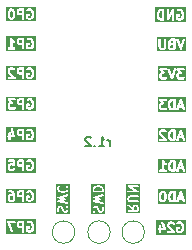
<source format=gbr>
%TF.GenerationSoftware,KiCad,Pcbnew,7.0.6-0*%
%TF.CreationDate,2023-07-21T12:15:06+07:00*%
%TF.ProjectId,RP2040Reference,52503230-3430-4526-9566-6572656e6365,rev?*%
%TF.SameCoordinates,Original*%
%TF.FileFunction,Legend,Bot*%
%TF.FilePolarity,Positive*%
%FSLAX46Y46*%
G04 Gerber Fmt 4.6, Leading zero omitted, Abs format (unit mm)*
G04 Created by KiCad (PCBNEW 7.0.6-0) date 2023-07-21 12:15:06*
%MOMM*%
%LPD*%
G01*
G04 APERTURE LIST*
%ADD10C,0.200000*%
%ADD11C,0.150000*%
%ADD12C,0.120000*%
G04 APERTURE END LIST*
D10*
G36*
X94677945Y-81128242D02*
G01*
X94496790Y-81128242D01*
X94456228Y-81107961D01*
X94441082Y-81092814D01*
X94420802Y-81052254D01*
X94420802Y-80985182D01*
X94441082Y-80944622D01*
X94456228Y-80929475D01*
X94496790Y-80909195D01*
X94677945Y-80909195D01*
X94677945Y-81128242D01*
G37*
G36*
X95830327Y-81823481D02*
G01*
X93309001Y-81823481D01*
X93309001Y-80787038D01*
X93423287Y-80787038D01*
X93425696Y-80813510D01*
X93425696Y-80840097D01*
X93428461Y-80843903D01*
X93428888Y-80848587D01*
X93771745Y-81648587D01*
X93812453Y-81695090D01*
X93872721Y-81708784D01*
X93929527Y-81684438D01*
X93961175Y-81631352D01*
X93955574Y-81569803D01*
X93743884Y-81075861D01*
X94220802Y-81075861D01*
X94227926Y-81097787D01*
X94231360Y-81120583D01*
X94269455Y-81196774D01*
X94280829Y-81208321D01*
X94288187Y-81222763D01*
X94326282Y-81260857D01*
X94340723Y-81268215D01*
X94352272Y-81279590D01*
X94428462Y-81317685D01*
X94451259Y-81321118D01*
X94473183Y-81328242D01*
X94677945Y-81328242D01*
X94677945Y-81609195D01*
X94697043Y-81667974D01*
X94747043Y-81704301D01*
X94808847Y-81704301D01*
X94858847Y-81667974D01*
X94877945Y-81609195D01*
X94877945Y-81533004D01*
X95020802Y-81533004D01*
X95023295Y-81540677D01*
X95022033Y-81548647D01*
X95032663Y-81569511D01*
X95039900Y-81591783D01*
X95046428Y-81596525D01*
X95050091Y-81603715D01*
X95088187Y-81641811D01*
X95108728Y-81652277D01*
X95127275Y-81665968D01*
X95241560Y-81704063D01*
X95257767Y-81704186D01*
X95273183Y-81709195D01*
X95349374Y-81709195D01*
X95364789Y-81704186D01*
X95380997Y-81704063D01*
X95495283Y-81665968D01*
X95513831Y-81652275D01*
X95534371Y-81641810D01*
X95610561Y-81565619D01*
X95617919Y-81551177D01*
X95629293Y-81539630D01*
X95667388Y-81463440D01*
X95669047Y-81452419D01*
X95674959Y-81442973D01*
X95713055Y-81290592D01*
X95712194Y-81278175D01*
X95716041Y-81266338D01*
X95716041Y-81152052D01*
X95712194Y-81140214D01*
X95713055Y-81127798D01*
X95674959Y-80975417D01*
X95669047Y-80965970D01*
X95667388Y-80954950D01*
X95629293Y-80878759D01*
X95617919Y-80867211D01*
X95610561Y-80852769D01*
X95534371Y-80776579D01*
X95513829Y-80766112D01*
X95495283Y-80752422D01*
X95380997Y-80714327D01*
X95364789Y-80714203D01*
X95349374Y-80709195D01*
X95235088Y-80709195D01*
X95213164Y-80716318D01*
X95190367Y-80719752D01*
X95114177Y-80757847D01*
X95070144Y-80801216D01*
X95060013Y-80862183D01*
X95087652Y-80917462D01*
X95142505Y-80945938D01*
X95203619Y-80936733D01*
X95258695Y-80909195D01*
X95333147Y-80909195D01*
X95409640Y-80934692D01*
X95457664Y-80982716D01*
X95483593Y-81034574D01*
X95516041Y-81164362D01*
X95516041Y-81254027D01*
X95483593Y-81383814D01*
X95457663Y-81435674D01*
X95409641Y-81483697D01*
X95333147Y-81509195D01*
X95289410Y-81509195D01*
X95220802Y-81486325D01*
X95220802Y-81366338D01*
X95273183Y-81366338D01*
X95331962Y-81347240D01*
X95368289Y-81297240D01*
X95368289Y-81235436D01*
X95331962Y-81185436D01*
X95273183Y-81166338D01*
X95120802Y-81166338D01*
X95105739Y-81171232D01*
X95089900Y-81171232D01*
X95077086Y-81180541D01*
X95062023Y-81185436D01*
X95052713Y-81198249D01*
X95039900Y-81207559D01*
X95035005Y-81222622D01*
X95025696Y-81235436D01*
X95025696Y-81251275D01*
X95020802Y-81266338D01*
X95020802Y-81533004D01*
X94877945Y-81533004D01*
X94877945Y-80809195D01*
X94873051Y-80794132D01*
X94873051Y-80778293D01*
X94863741Y-80765479D01*
X94858847Y-80750416D01*
X94846033Y-80741106D01*
X94836724Y-80728293D01*
X94821660Y-80723398D01*
X94808847Y-80714089D01*
X94793008Y-80714089D01*
X94777945Y-80709195D01*
X94473183Y-80709195D01*
X94451259Y-80716318D01*
X94428462Y-80719752D01*
X94352272Y-80757847D01*
X94340723Y-80769221D01*
X94326282Y-80776580D01*
X94288187Y-80814674D01*
X94280829Y-80829115D01*
X94269455Y-80840663D01*
X94231360Y-80916854D01*
X94227926Y-80939649D01*
X94220802Y-80961576D01*
X94220802Y-81075861D01*
X93743884Y-81075861D01*
X93672456Y-80909195D01*
X94054136Y-80909195D01*
X94112915Y-80890097D01*
X94149242Y-80840097D01*
X94149242Y-80778293D01*
X94112915Y-80728293D01*
X94054136Y-80709195D01*
X93520802Y-80709195D01*
X93516328Y-80710648D01*
X93511741Y-80709606D01*
X93487305Y-80720078D01*
X93462023Y-80728293D01*
X93459257Y-80732098D01*
X93454934Y-80733952D01*
X93441321Y-80756786D01*
X93425696Y-80778293D01*
X93425696Y-80782997D01*
X93423287Y-80787038D01*
X93309001Y-80787038D01*
X93309001Y-80594909D01*
X95830327Y-80594909D01*
X95830327Y-81823481D01*
G37*
G36*
X107492231Y-71159195D02*
G01*
X107417982Y-71159195D01*
X107341487Y-71133697D01*
X107293465Y-71085674D01*
X107267535Y-71033814D01*
X107235088Y-70904027D01*
X107235088Y-70814362D01*
X107267535Y-70684574D01*
X107293464Y-70632716D01*
X107341488Y-70584692D01*
X107417982Y-70559195D01*
X107492231Y-70559195D01*
X107492231Y-71159195D01*
G37*
G36*
X108177298Y-70930623D02*
G01*
X108073831Y-70930623D01*
X108125564Y-70775422D01*
X108177298Y-70930623D01*
G37*
G36*
X108601855Y-71473481D02*
G01*
X106158898Y-71473481D01*
X106158898Y-71106814D01*
X106273184Y-71106814D01*
X106280307Y-71128737D01*
X106283741Y-71151535D01*
X106321836Y-71227725D01*
X106333208Y-71239271D01*
X106340567Y-71253714D01*
X106378662Y-71291810D01*
X106393104Y-71299169D01*
X106404653Y-71310543D01*
X106480844Y-71348638D01*
X106503641Y-71352071D01*
X106525565Y-71359195D01*
X106754136Y-71359195D01*
X106776059Y-71352071D01*
X106798857Y-71348638D01*
X106875048Y-71310543D01*
X106886596Y-71299169D01*
X106901039Y-71291810D01*
X106939133Y-71253714D01*
X106967191Y-71198646D01*
X106957522Y-71137604D01*
X106913820Y-71093902D01*
X106852777Y-71084235D01*
X106797710Y-71112294D01*
X106771089Y-71138915D01*
X106730529Y-71159195D01*
X106549172Y-71159195D01*
X106508610Y-71138914D01*
X106493464Y-71123768D01*
X106473184Y-71083207D01*
X106473184Y-70939944D01*
X106484987Y-70916338D01*
X107035088Y-70916338D01*
X107038934Y-70928175D01*
X107038074Y-70940592D01*
X107076170Y-71092973D01*
X107082081Y-71102419D01*
X107083741Y-71113440D01*
X107121836Y-71189630D01*
X107133210Y-71201178D01*
X107140568Y-71215619D01*
X107216758Y-71291810D01*
X107237299Y-71302277D01*
X107255846Y-71315968D01*
X107370133Y-71354063D01*
X107386339Y-71354186D01*
X107401755Y-71359195D01*
X107592231Y-71359195D01*
X107607294Y-71354301D01*
X107623133Y-71354301D01*
X107635946Y-71344991D01*
X107651010Y-71340097D01*
X107660319Y-71327283D01*
X107673133Y-71317974D01*
X107678027Y-71302910D01*
X107687337Y-71290097D01*
X107687337Y-71289374D01*
X107763560Y-71289374D01*
X107799507Y-71339648D01*
X107858139Y-71359193D01*
X107917061Y-71340541D01*
X107953766Y-71290818D01*
X108007164Y-71130623D01*
X108243965Y-71130623D01*
X108297363Y-71290818D01*
X108334068Y-71340541D01*
X108392990Y-71359192D01*
X108451622Y-71339648D01*
X108487569Y-71289374D01*
X108487099Y-71227572D01*
X108220432Y-70427572D01*
X108202521Y-70403308D01*
X108184955Y-70378741D01*
X108184199Y-70378489D01*
X108183727Y-70377849D01*
X108154961Y-70368743D01*
X108126323Y-70359197D01*
X108125563Y-70359437D01*
X108124805Y-70359197D01*
X108096195Y-70368733D01*
X108067401Y-70377849D01*
X108066927Y-70378490D01*
X108066173Y-70378742D01*
X108048618Y-70403293D01*
X108030696Y-70427572D01*
X107764030Y-71227572D01*
X107763560Y-71289374D01*
X107687337Y-71289374D01*
X107687337Y-71274257D01*
X107692231Y-71259195D01*
X107692231Y-70459195D01*
X107687337Y-70444132D01*
X107687337Y-70428293D01*
X107678027Y-70415479D01*
X107673133Y-70400416D01*
X107660319Y-70391106D01*
X107651010Y-70378293D01*
X107635946Y-70373398D01*
X107623133Y-70364089D01*
X107607294Y-70364089D01*
X107592231Y-70359195D01*
X107401755Y-70359195D01*
X107386339Y-70364203D01*
X107370133Y-70364327D01*
X107255846Y-70402422D01*
X107237299Y-70416112D01*
X107216758Y-70426579D01*
X107140568Y-70502769D01*
X107133209Y-70517211D01*
X107121836Y-70528759D01*
X107083741Y-70604950D01*
X107082081Y-70615970D01*
X107076170Y-70625417D01*
X107038074Y-70777798D01*
X107038934Y-70790214D01*
X107035088Y-70802052D01*
X107035088Y-70916338D01*
X106484987Y-70916338D01*
X106493464Y-70899383D01*
X106508609Y-70884237D01*
X106549172Y-70863957D01*
X106639850Y-70863957D01*
X106659079Y-70857708D01*
X106679222Y-70855881D01*
X106687795Y-70848378D01*
X106698629Y-70844859D01*
X106710514Y-70828500D01*
X106725734Y-70815183D01*
X106728260Y-70804074D01*
X106734956Y-70794859D01*
X106734956Y-70774637D01*
X106739441Y-70754919D01*
X106734955Y-70744447D01*
X106734956Y-70733055D01*
X106723068Y-70716693D01*
X106715108Y-70698107D01*
X106593560Y-70559195D01*
X106868422Y-70559195D01*
X106927201Y-70540097D01*
X106963528Y-70490097D01*
X106963528Y-70428293D01*
X106927201Y-70378293D01*
X106868422Y-70359195D01*
X106373184Y-70359195D01*
X106353953Y-70365443D01*
X106333813Y-70367271D01*
X106325239Y-70374772D01*
X106314405Y-70378293D01*
X106302519Y-70394652D01*
X106287300Y-70407969D01*
X106284773Y-70419077D01*
X106278078Y-70428293D01*
X106278078Y-70448514D01*
X106273593Y-70468233D01*
X106278078Y-70478704D01*
X106278078Y-70490097D01*
X106289965Y-70506458D01*
X106297926Y-70525045D01*
X106444577Y-70692647D01*
X106404653Y-70712609D01*
X106393103Y-70723983D01*
X106378663Y-70731342D01*
X106340568Y-70769436D01*
X106333209Y-70783878D01*
X106321836Y-70795426D01*
X106283741Y-70871617D01*
X106280307Y-70894414D01*
X106273184Y-70916338D01*
X106273184Y-71106814D01*
X106158898Y-71106814D01*
X106158898Y-70244909D01*
X108601855Y-70244909D01*
X108601855Y-71473481D01*
G37*
G36*
X108530327Y-81873481D02*
G01*
X106049505Y-81873481D01*
X106049505Y-81423430D01*
X106163791Y-81423430D01*
X106200118Y-81473430D01*
X106258897Y-81492528D01*
X106273183Y-81492528D01*
X106273183Y-81659195D01*
X106292281Y-81717974D01*
X106342281Y-81754301D01*
X106404085Y-81754301D01*
X106454085Y-81717974D01*
X106473183Y-81659195D01*
X106473183Y-81492528D01*
X106754136Y-81492528D01*
X106754515Y-81492404D01*
X106754895Y-81492525D01*
X106783822Y-81482882D01*
X106812915Y-81473430D01*
X106813149Y-81473106D01*
X106813527Y-81472981D01*
X106831267Y-81448169D01*
X106849242Y-81423430D01*
X106849242Y-81423031D01*
X106849474Y-81422707D01*
X106849242Y-81392200D01*
X106849242Y-81361626D01*
X106849007Y-81361302D01*
X106849004Y-81360905D01*
X106757957Y-81087766D01*
X106958898Y-81087766D01*
X106963906Y-81103181D01*
X106964030Y-81119389D01*
X107002125Y-81233675D01*
X107015815Y-81252221D01*
X107026282Y-81272763D01*
X107312714Y-81559195D01*
X107058898Y-81559195D01*
X107000119Y-81578293D01*
X106963792Y-81628293D01*
X106963792Y-81690097D01*
X107000119Y-81740097D01*
X107058898Y-81759195D01*
X107554136Y-81759195D01*
X107576403Y-81751959D01*
X107599535Y-81748296D01*
X107605240Y-81742590D01*
X107612915Y-81740097D01*
X107626680Y-81721150D01*
X107643237Y-81704594D01*
X107644499Y-81696624D01*
X107649242Y-81690097D01*
X107649242Y-81666683D01*
X107652906Y-81643552D01*
X107649242Y-81636361D01*
X107649242Y-81628293D01*
X107635478Y-81609348D01*
X107624847Y-81588484D01*
X107619367Y-81583004D01*
X107720802Y-81583004D01*
X107723295Y-81590677D01*
X107722033Y-81598647D01*
X107732663Y-81619511D01*
X107739900Y-81641783D01*
X107746428Y-81646525D01*
X107750091Y-81653715D01*
X107788187Y-81691811D01*
X107808728Y-81702277D01*
X107827275Y-81715968D01*
X107941560Y-81754063D01*
X107957767Y-81754186D01*
X107973183Y-81759195D01*
X108049374Y-81759195D01*
X108064789Y-81754186D01*
X108080997Y-81754063D01*
X108195283Y-81715968D01*
X108213831Y-81702275D01*
X108234371Y-81691810D01*
X108310561Y-81615619D01*
X108317919Y-81601177D01*
X108329293Y-81589630D01*
X108367388Y-81513440D01*
X108369047Y-81502419D01*
X108374959Y-81492973D01*
X108413055Y-81340592D01*
X108412194Y-81328175D01*
X108416041Y-81316338D01*
X108416041Y-81202052D01*
X108412194Y-81190214D01*
X108413055Y-81177798D01*
X108374959Y-81025417D01*
X108369047Y-81015970D01*
X108367388Y-81004950D01*
X108329293Y-80928759D01*
X108317919Y-80917211D01*
X108310561Y-80902769D01*
X108234371Y-80826579D01*
X108213829Y-80816112D01*
X108195283Y-80802422D01*
X108080997Y-80764327D01*
X108064789Y-80764203D01*
X108049374Y-80759195D01*
X107935088Y-80759195D01*
X107913164Y-80766318D01*
X107890367Y-80769752D01*
X107814177Y-80807847D01*
X107770144Y-80851216D01*
X107760013Y-80912183D01*
X107787652Y-80967462D01*
X107842505Y-80995938D01*
X107903619Y-80986733D01*
X107958695Y-80959195D01*
X108033147Y-80959195D01*
X108109640Y-80984692D01*
X108157664Y-81032716D01*
X108183593Y-81084574D01*
X108216041Y-81214362D01*
X108216041Y-81304027D01*
X108183593Y-81433814D01*
X108157663Y-81485674D01*
X108109641Y-81533697D01*
X108033147Y-81559195D01*
X107989410Y-81559195D01*
X107920802Y-81536325D01*
X107920802Y-81416338D01*
X107973183Y-81416338D01*
X108031962Y-81397240D01*
X108068289Y-81347240D01*
X108068289Y-81285436D01*
X108031962Y-81235436D01*
X107973183Y-81216338D01*
X107820802Y-81216338D01*
X107805739Y-81221232D01*
X107789900Y-81221232D01*
X107777086Y-81230541D01*
X107762023Y-81235436D01*
X107752713Y-81248249D01*
X107739900Y-81257559D01*
X107735005Y-81272622D01*
X107725696Y-81285436D01*
X107725696Y-81301275D01*
X107720802Y-81316338D01*
X107720802Y-81583004D01*
X107619367Y-81583004D01*
X107184395Y-81148032D01*
X107158898Y-81071539D01*
X107158898Y-81035182D01*
X107179178Y-80994621D01*
X107194323Y-80979475D01*
X107234886Y-80959195D01*
X107378148Y-80959195D01*
X107418709Y-80979475D01*
X107445331Y-81006096D01*
X107500399Y-81034154D01*
X107561441Y-81024485D01*
X107605143Y-80980783D01*
X107614810Y-80919740D01*
X107586751Y-80864673D01*
X107548655Y-80826578D01*
X107534212Y-80819219D01*
X107522666Y-80807847D01*
X107446476Y-80769752D01*
X107423678Y-80766318D01*
X107401755Y-80759195D01*
X107211279Y-80759195D01*
X107189355Y-80766318D01*
X107166558Y-80769752D01*
X107090367Y-80807847D01*
X107078817Y-80819221D01*
X107064377Y-80826580D01*
X107026282Y-80864674D01*
X107018923Y-80879116D01*
X107007550Y-80890664D01*
X106969455Y-80966855D01*
X106966021Y-80989652D01*
X106958898Y-81011576D01*
X106958898Y-81087766D01*
X106757957Y-81087766D01*
X106658527Y-80789477D01*
X106621822Y-80739754D01*
X106562900Y-80721102D01*
X106504268Y-80740647D01*
X106468321Y-80790921D01*
X106468791Y-80852723D01*
X106615393Y-81292528D01*
X106473183Y-81292528D01*
X106473183Y-81125861D01*
X106454085Y-81067082D01*
X106404085Y-81030755D01*
X106342281Y-81030755D01*
X106292281Y-81067082D01*
X106273183Y-81125861D01*
X106273183Y-81292528D01*
X106258897Y-81292528D01*
X106200118Y-81311626D01*
X106163791Y-81361626D01*
X106163791Y-81423430D01*
X106049505Y-81423430D01*
X106049505Y-80606816D01*
X108530327Y-80606816D01*
X108530327Y-81873481D01*
G37*
G36*
X94677945Y-65628242D02*
G01*
X94496790Y-65628242D01*
X94456228Y-65607961D01*
X94441082Y-65592814D01*
X94420802Y-65552254D01*
X94420802Y-65485182D01*
X94441082Y-65444622D01*
X94456228Y-65429475D01*
X94496790Y-65409195D01*
X94677945Y-65409195D01*
X94677945Y-65628242D01*
G37*
G36*
X95830327Y-66323481D02*
G01*
X93349506Y-66323481D01*
X93349506Y-66140097D01*
X93463792Y-66140097D01*
X93500119Y-66190097D01*
X93558898Y-66209195D01*
X94016041Y-66209195D01*
X94074820Y-66190097D01*
X94111147Y-66140097D01*
X94111147Y-66078293D01*
X94074820Y-66028293D01*
X94016041Y-66009195D01*
X93887469Y-66009195D01*
X93887469Y-65581569D01*
X93895129Y-65589114D01*
X93971320Y-65627209D01*
X94032435Y-65636414D01*
X94087287Y-65607938D01*
X94103325Y-65575861D01*
X94220802Y-65575861D01*
X94227926Y-65597787D01*
X94231360Y-65620583D01*
X94269455Y-65696774D01*
X94280829Y-65708321D01*
X94288187Y-65722763D01*
X94326282Y-65760857D01*
X94340723Y-65768215D01*
X94352272Y-65779590D01*
X94428462Y-65817685D01*
X94451259Y-65821118D01*
X94473183Y-65828242D01*
X94677945Y-65828242D01*
X94677945Y-66109195D01*
X94697043Y-66167974D01*
X94747043Y-66204301D01*
X94808847Y-66204301D01*
X94858847Y-66167974D01*
X94877945Y-66109195D01*
X94877945Y-66033004D01*
X95020802Y-66033004D01*
X95023295Y-66040677D01*
X95022033Y-66048647D01*
X95032663Y-66069511D01*
X95039900Y-66091783D01*
X95046428Y-66096525D01*
X95050091Y-66103715D01*
X95088187Y-66141811D01*
X95108728Y-66152277D01*
X95127275Y-66165968D01*
X95241560Y-66204063D01*
X95257767Y-66204186D01*
X95273183Y-66209195D01*
X95349374Y-66209195D01*
X95364789Y-66204186D01*
X95380997Y-66204063D01*
X95495283Y-66165968D01*
X95513831Y-66152275D01*
X95534371Y-66141810D01*
X95610561Y-66065619D01*
X95617919Y-66051177D01*
X95629293Y-66039630D01*
X95667388Y-65963440D01*
X95669047Y-65952419D01*
X95674959Y-65942973D01*
X95713055Y-65790592D01*
X95712194Y-65778175D01*
X95716041Y-65766338D01*
X95716041Y-65652052D01*
X95712194Y-65640214D01*
X95713055Y-65627798D01*
X95674959Y-65475417D01*
X95669047Y-65465970D01*
X95667388Y-65454950D01*
X95629293Y-65378759D01*
X95617919Y-65367211D01*
X95610561Y-65352769D01*
X95534371Y-65276579D01*
X95513829Y-65266112D01*
X95495283Y-65252422D01*
X95380997Y-65214327D01*
X95364789Y-65214203D01*
X95349374Y-65209195D01*
X95235088Y-65209195D01*
X95213164Y-65216318D01*
X95190367Y-65219752D01*
X95114177Y-65257847D01*
X95070144Y-65301216D01*
X95060013Y-65362183D01*
X95087652Y-65417462D01*
X95142505Y-65445938D01*
X95203619Y-65436733D01*
X95258695Y-65409195D01*
X95333147Y-65409195D01*
X95409640Y-65434692D01*
X95457664Y-65482716D01*
X95483593Y-65534574D01*
X95516041Y-65664362D01*
X95516041Y-65754027D01*
X95483593Y-65883814D01*
X95457663Y-65935674D01*
X95409641Y-65983697D01*
X95333147Y-66009195D01*
X95289410Y-66009195D01*
X95220802Y-65986325D01*
X95220802Y-65866338D01*
X95273183Y-65866338D01*
X95331962Y-65847240D01*
X95368289Y-65797240D01*
X95368289Y-65735436D01*
X95331962Y-65685436D01*
X95273183Y-65666338D01*
X95120802Y-65666338D01*
X95105739Y-65671232D01*
X95089900Y-65671232D01*
X95077086Y-65680541D01*
X95062023Y-65685436D01*
X95052713Y-65698249D01*
X95039900Y-65707559D01*
X95035005Y-65722622D01*
X95025696Y-65735436D01*
X95025696Y-65751275D01*
X95020802Y-65766338D01*
X95020802Y-66033004D01*
X94877945Y-66033004D01*
X94877945Y-65309195D01*
X94873051Y-65294132D01*
X94873051Y-65278293D01*
X94863741Y-65265479D01*
X94858847Y-65250416D01*
X94846033Y-65241106D01*
X94836724Y-65228293D01*
X94821660Y-65223398D01*
X94808847Y-65214089D01*
X94793008Y-65214089D01*
X94777945Y-65209195D01*
X94473183Y-65209195D01*
X94451259Y-65216318D01*
X94428462Y-65219752D01*
X94352272Y-65257847D01*
X94340723Y-65269221D01*
X94326282Y-65276580D01*
X94288187Y-65314674D01*
X94280829Y-65329115D01*
X94269455Y-65340663D01*
X94231360Y-65416854D01*
X94227926Y-65439649D01*
X94220802Y-65461576D01*
X94220802Y-65575861D01*
X94103325Y-65575861D01*
X94114926Y-65552659D01*
X94104795Y-65491691D01*
X94060762Y-65448323D01*
X93999085Y-65417484D01*
X93941374Y-65359774D01*
X93870674Y-65253724D01*
X93869021Y-65252418D01*
X93868371Y-65250416D01*
X93844922Y-65233380D01*
X93822178Y-65215411D01*
X93820073Y-65215326D01*
X93818371Y-65214089D01*
X93789392Y-65214089D01*
X93760425Y-65212921D01*
X93758673Y-65214089D01*
X93756567Y-65214089D01*
X93733114Y-65231128D01*
X93709001Y-65247204D01*
X93708270Y-65249178D01*
X93706567Y-65250416D01*
X93697612Y-65277977D01*
X93687550Y-65305165D01*
X93688119Y-65307192D01*
X93687469Y-65309195D01*
X93687469Y-66009195D01*
X93558898Y-66009195D01*
X93500119Y-66028293D01*
X93463792Y-66078293D01*
X93463792Y-66140097D01*
X93349506Y-66140097D01*
X93349506Y-65094909D01*
X95830327Y-65094909D01*
X95830327Y-66323481D01*
G37*
G36*
X107492231Y-76359195D02*
G01*
X107417982Y-76359195D01*
X107341487Y-76333697D01*
X107293465Y-76285674D01*
X107267535Y-76233814D01*
X107235088Y-76104027D01*
X107235088Y-76014362D01*
X107267535Y-75884574D01*
X107293464Y-75832716D01*
X107341488Y-75784692D01*
X107417982Y-75759195D01*
X107492231Y-75759195D01*
X107492231Y-76359195D01*
G37*
G36*
X108177298Y-76130623D02*
G01*
X108073831Y-76130623D01*
X108125564Y-75975422D01*
X108177298Y-76130623D01*
G37*
G36*
X108601855Y-76673481D02*
G01*
X106163792Y-76673481D01*
X106163792Y-76490097D01*
X106278078Y-76490097D01*
X106314405Y-76540097D01*
X106373184Y-76559195D01*
X106830327Y-76559195D01*
X106889106Y-76540097D01*
X106925433Y-76490097D01*
X106925433Y-76428293D01*
X106889106Y-76378293D01*
X106830327Y-76359195D01*
X106701755Y-76359195D01*
X106701755Y-76116338D01*
X107035088Y-76116338D01*
X107038934Y-76128175D01*
X107038074Y-76140592D01*
X107076170Y-76292973D01*
X107082081Y-76302419D01*
X107083741Y-76313440D01*
X107121836Y-76389630D01*
X107133210Y-76401178D01*
X107140568Y-76415619D01*
X107216758Y-76491810D01*
X107237299Y-76502277D01*
X107255846Y-76515968D01*
X107370133Y-76554063D01*
X107386339Y-76554186D01*
X107401755Y-76559195D01*
X107592231Y-76559195D01*
X107607294Y-76554301D01*
X107623133Y-76554301D01*
X107635946Y-76544991D01*
X107651010Y-76540097D01*
X107660319Y-76527283D01*
X107673133Y-76517974D01*
X107678027Y-76502910D01*
X107687337Y-76490097D01*
X107687337Y-76489374D01*
X107763560Y-76489374D01*
X107799507Y-76539648D01*
X107858139Y-76559193D01*
X107917061Y-76540541D01*
X107953766Y-76490818D01*
X108007164Y-76330623D01*
X108243965Y-76330623D01*
X108297363Y-76490818D01*
X108334068Y-76540541D01*
X108392990Y-76559192D01*
X108451622Y-76539648D01*
X108487569Y-76489374D01*
X108487099Y-76427572D01*
X108220432Y-75627572D01*
X108202521Y-75603308D01*
X108184955Y-75578741D01*
X108184199Y-75578489D01*
X108183727Y-75577849D01*
X108154961Y-75568743D01*
X108126323Y-75559197D01*
X108125563Y-75559437D01*
X108124805Y-75559197D01*
X108096195Y-75568733D01*
X108067401Y-75577849D01*
X108066927Y-75578490D01*
X108066173Y-75578742D01*
X108048618Y-75603293D01*
X108030696Y-75627572D01*
X107764030Y-76427572D01*
X107763560Y-76489374D01*
X107687337Y-76489374D01*
X107687337Y-76474257D01*
X107692231Y-76459195D01*
X107692231Y-75659195D01*
X107687337Y-75644132D01*
X107687337Y-75628293D01*
X107678027Y-75615479D01*
X107673133Y-75600416D01*
X107660319Y-75591106D01*
X107651010Y-75578293D01*
X107635946Y-75573398D01*
X107623133Y-75564089D01*
X107607294Y-75564089D01*
X107592231Y-75559195D01*
X107401755Y-75559195D01*
X107386339Y-75564203D01*
X107370133Y-75564327D01*
X107255846Y-75602422D01*
X107237299Y-75616112D01*
X107216758Y-75626579D01*
X107140568Y-75702769D01*
X107133209Y-75717211D01*
X107121836Y-75728759D01*
X107083741Y-75804950D01*
X107082081Y-75815970D01*
X107076170Y-75825417D01*
X107038074Y-75977798D01*
X107038934Y-75990214D01*
X107035088Y-76002052D01*
X107035088Y-76116338D01*
X106701755Y-76116338D01*
X106701755Y-75931569D01*
X106709415Y-75939114D01*
X106785606Y-75977209D01*
X106846721Y-75986414D01*
X106901573Y-75957938D01*
X106929212Y-75902659D01*
X106919081Y-75841691D01*
X106875048Y-75798323D01*
X106813371Y-75767484D01*
X106755660Y-75709774D01*
X106684960Y-75603724D01*
X106683307Y-75602418D01*
X106682657Y-75600416D01*
X106659208Y-75583380D01*
X106636464Y-75565411D01*
X106634359Y-75565326D01*
X106632657Y-75564089D01*
X106603678Y-75564089D01*
X106574711Y-75562921D01*
X106572959Y-75564089D01*
X106570853Y-75564089D01*
X106547400Y-75581128D01*
X106523287Y-75597204D01*
X106522556Y-75599178D01*
X106520853Y-75600416D01*
X106511898Y-75627977D01*
X106501836Y-75655165D01*
X106502405Y-75657192D01*
X106501755Y-75659195D01*
X106501755Y-76359195D01*
X106373184Y-76359195D01*
X106314405Y-76378293D01*
X106278078Y-76428293D01*
X106278078Y-76490097D01*
X106163792Y-76490097D01*
X106163792Y-75444909D01*
X108601855Y-75444909D01*
X108601855Y-76673481D01*
G37*
G36*
X94677945Y-68128242D02*
G01*
X94496790Y-68128242D01*
X94456228Y-68107961D01*
X94441082Y-68092814D01*
X94420802Y-68052254D01*
X94420802Y-67985182D01*
X94441082Y-67944622D01*
X94456228Y-67929475D01*
X94496790Y-67909195D01*
X94677945Y-67909195D01*
X94677945Y-68128242D01*
G37*
G36*
X95830327Y-68823481D02*
G01*
X93344612Y-68823481D01*
X93344612Y-68037766D01*
X93458898Y-68037766D01*
X93463906Y-68053181D01*
X93464030Y-68069389D01*
X93502125Y-68183675D01*
X93515815Y-68202221D01*
X93526282Y-68222763D01*
X93812714Y-68509195D01*
X93558898Y-68509195D01*
X93500119Y-68528293D01*
X93463792Y-68578293D01*
X93463792Y-68640097D01*
X93500119Y-68690097D01*
X93558898Y-68709195D01*
X94054136Y-68709195D01*
X94076403Y-68701959D01*
X94099535Y-68698296D01*
X94105240Y-68692590D01*
X94112915Y-68690097D01*
X94126680Y-68671150D01*
X94143237Y-68654594D01*
X94144499Y-68646624D01*
X94149242Y-68640097D01*
X94149242Y-68616683D01*
X94152906Y-68593552D01*
X94149242Y-68586361D01*
X94149242Y-68578293D01*
X94135478Y-68559348D01*
X94124847Y-68538484D01*
X93684395Y-68098032D01*
X93677005Y-68075861D01*
X94220802Y-68075861D01*
X94227926Y-68097787D01*
X94231360Y-68120583D01*
X94269455Y-68196774D01*
X94280829Y-68208321D01*
X94288187Y-68222763D01*
X94326282Y-68260857D01*
X94340723Y-68268215D01*
X94352272Y-68279590D01*
X94428462Y-68317685D01*
X94451259Y-68321118D01*
X94473183Y-68328242D01*
X94677945Y-68328242D01*
X94677945Y-68609195D01*
X94697043Y-68667974D01*
X94747043Y-68704301D01*
X94808847Y-68704301D01*
X94858847Y-68667974D01*
X94877945Y-68609195D01*
X94877945Y-68533004D01*
X95020802Y-68533004D01*
X95023295Y-68540677D01*
X95022033Y-68548647D01*
X95032663Y-68569511D01*
X95039900Y-68591783D01*
X95046428Y-68596525D01*
X95050091Y-68603715D01*
X95088187Y-68641811D01*
X95108728Y-68652277D01*
X95127275Y-68665968D01*
X95241560Y-68704063D01*
X95257767Y-68704186D01*
X95273183Y-68709195D01*
X95349374Y-68709195D01*
X95364789Y-68704186D01*
X95380997Y-68704063D01*
X95495283Y-68665968D01*
X95513831Y-68652275D01*
X95534371Y-68641810D01*
X95610561Y-68565619D01*
X95617919Y-68551177D01*
X95629293Y-68539630D01*
X95667388Y-68463440D01*
X95669047Y-68452419D01*
X95674959Y-68442973D01*
X95713055Y-68290592D01*
X95712194Y-68278175D01*
X95716041Y-68266338D01*
X95716041Y-68152052D01*
X95712194Y-68140214D01*
X95713055Y-68127798D01*
X95674959Y-67975417D01*
X95669047Y-67965970D01*
X95667388Y-67954950D01*
X95629293Y-67878759D01*
X95617919Y-67867211D01*
X95610561Y-67852769D01*
X95534371Y-67776579D01*
X95513829Y-67766112D01*
X95495283Y-67752422D01*
X95380997Y-67714327D01*
X95364789Y-67714203D01*
X95349374Y-67709195D01*
X95235088Y-67709195D01*
X95213164Y-67716318D01*
X95190367Y-67719752D01*
X95114177Y-67757847D01*
X95070144Y-67801216D01*
X95060013Y-67862183D01*
X95087652Y-67917462D01*
X95142505Y-67945938D01*
X95203619Y-67936733D01*
X95258695Y-67909195D01*
X95333147Y-67909195D01*
X95409640Y-67934692D01*
X95457664Y-67982716D01*
X95483593Y-68034574D01*
X95516041Y-68164362D01*
X95516041Y-68254027D01*
X95483593Y-68383814D01*
X95457663Y-68435674D01*
X95409641Y-68483697D01*
X95333147Y-68509195D01*
X95289410Y-68509195D01*
X95220802Y-68486325D01*
X95220802Y-68366338D01*
X95273183Y-68366338D01*
X95331962Y-68347240D01*
X95368289Y-68297240D01*
X95368289Y-68235436D01*
X95331962Y-68185436D01*
X95273183Y-68166338D01*
X95120802Y-68166338D01*
X95105739Y-68171232D01*
X95089900Y-68171232D01*
X95077086Y-68180541D01*
X95062023Y-68185436D01*
X95052713Y-68198249D01*
X95039900Y-68207559D01*
X95035005Y-68222622D01*
X95025696Y-68235436D01*
X95025696Y-68251275D01*
X95020802Y-68266338D01*
X95020802Y-68533004D01*
X94877945Y-68533004D01*
X94877945Y-67809195D01*
X94873051Y-67794132D01*
X94873051Y-67778293D01*
X94863741Y-67765479D01*
X94858847Y-67750416D01*
X94846033Y-67741106D01*
X94836724Y-67728293D01*
X94821660Y-67723398D01*
X94808847Y-67714089D01*
X94793008Y-67714089D01*
X94777945Y-67709195D01*
X94473183Y-67709195D01*
X94451259Y-67716318D01*
X94428462Y-67719752D01*
X94352272Y-67757847D01*
X94340723Y-67769221D01*
X94326282Y-67776580D01*
X94288187Y-67814674D01*
X94280829Y-67829115D01*
X94269455Y-67840663D01*
X94231360Y-67916854D01*
X94227926Y-67939649D01*
X94220802Y-67961576D01*
X94220802Y-68075861D01*
X93677005Y-68075861D01*
X93658898Y-68021539D01*
X93658898Y-67985182D01*
X93679178Y-67944621D01*
X93694323Y-67929475D01*
X93734886Y-67909195D01*
X93878148Y-67909195D01*
X93918709Y-67929475D01*
X93945331Y-67956096D01*
X94000399Y-67984154D01*
X94061441Y-67974485D01*
X94105143Y-67930783D01*
X94114810Y-67869740D01*
X94086751Y-67814673D01*
X94048655Y-67776578D01*
X94034212Y-67769219D01*
X94022666Y-67757847D01*
X93946476Y-67719752D01*
X93923678Y-67716318D01*
X93901755Y-67709195D01*
X93711279Y-67709195D01*
X93689355Y-67716318D01*
X93666558Y-67719752D01*
X93590367Y-67757847D01*
X93578817Y-67769221D01*
X93564377Y-67776580D01*
X93526282Y-67814674D01*
X93518923Y-67829116D01*
X93507550Y-67840664D01*
X93469455Y-67916855D01*
X93466021Y-67939652D01*
X93458898Y-67961576D01*
X93458898Y-68037766D01*
X93344612Y-68037766D01*
X93344612Y-67594909D01*
X95830327Y-67594909D01*
X95830327Y-68823481D01*
G37*
D11*
G36*
X98726990Y-80142500D02*
G01*
X97548418Y-80142500D01*
X97548418Y-79838928D01*
X97662704Y-79838928D01*
X97663263Y-79840466D01*
X97666553Y-79862645D01*
X97704649Y-79976931D01*
X97736541Y-80017117D01*
X97786802Y-80027403D01*
X97831915Y-80002974D01*
X97850772Y-79955262D01*
X97846951Y-79929496D01*
X97812704Y-79826757D01*
X97812704Y-79666157D01*
X97837439Y-79616687D01*
X97858321Y-79595805D01*
X97907790Y-79571071D01*
X97948571Y-79571071D01*
X97998039Y-79595805D01*
X98018922Y-79616688D01*
X98047892Y-79674628D01*
X98083991Y-79819023D01*
X98085979Y-79821967D01*
X98089670Y-79834374D01*
X98127765Y-79910564D01*
X98128954Y-79911689D01*
X98141814Y-79930056D01*
X98179909Y-79968151D01*
X98181394Y-79968843D01*
X98199401Y-79982200D01*
X98275591Y-80020296D01*
X98280045Y-80020808D01*
X98283481Y-80023691D01*
X98309133Y-80028214D01*
X98385323Y-80028214D01*
X98389536Y-80026680D01*
X98393898Y-80027722D01*
X98418864Y-80020296D01*
X98495055Y-79982200D01*
X98496180Y-79981010D01*
X98514547Y-79968151D01*
X98552642Y-79930056D01*
X98553333Y-79928574D01*
X98566691Y-79910564D01*
X98604786Y-79834374D01*
X98605298Y-79829920D01*
X98608181Y-79826485D01*
X98612704Y-79800833D01*
X98612704Y-79610356D01*
X98612143Y-79608817D01*
X98608855Y-79586639D01*
X98570760Y-79472354D01*
X98538869Y-79432168D01*
X98488608Y-79421882D01*
X98443494Y-79446311D01*
X98424637Y-79494022D01*
X98428458Y-79519788D01*
X98462704Y-79622525D01*
X98462704Y-79783127D01*
X98437970Y-79832595D01*
X98417087Y-79853478D01*
X98367618Y-79878214D01*
X98326838Y-79878214D01*
X98277369Y-79853479D01*
X98256486Y-79832596D01*
X98227516Y-79774657D01*
X98191418Y-79630262D01*
X98189429Y-79627318D01*
X98185739Y-79614910D01*
X98147643Y-79538720D01*
X98146453Y-79537594D01*
X98133594Y-79519228D01*
X98095499Y-79481133D01*
X98094017Y-79480442D01*
X98076007Y-79467084D01*
X97999817Y-79428989D01*
X97995363Y-79428476D01*
X97991928Y-79425594D01*
X97966276Y-79421071D01*
X97890085Y-79421071D01*
X97885871Y-79422604D01*
X97881511Y-79421563D01*
X97856544Y-79428989D01*
X97780354Y-79467084D01*
X97779228Y-79468273D01*
X97760862Y-79481133D01*
X97722767Y-79519228D01*
X97722074Y-79520712D01*
X97708718Y-79538720D01*
X97670622Y-79614911D01*
X97670109Y-79619364D01*
X97667227Y-79622800D01*
X97662704Y-79648452D01*
X97662704Y-79838928D01*
X97548418Y-79838928D01*
X97548418Y-78738604D01*
X97662835Y-78738604D01*
X97665959Y-78745826D01*
X97665283Y-78753664D01*
X97675880Y-78768760D01*
X97683204Y-78785690D01*
X97690238Y-78789213D01*
X97694759Y-78795654D01*
X97718379Y-78806634D01*
X98018053Y-78886547D01*
X97718379Y-78966460D01*
X97711927Y-78970965D01*
X97704113Y-78971871D01*
X97691439Y-78985276D01*
X97676319Y-78995837D01*
X97674274Y-79003431D01*
X97668868Y-79009150D01*
X97667776Y-79027563D01*
X97662981Y-79045375D01*
X97666298Y-79052511D01*
X97665833Y-79060364D01*
X97676829Y-79075167D01*
X97684607Y-79091898D01*
X97691735Y-79095232D01*
X97696426Y-79101547D01*
X97720332Y-79111888D01*
X98520332Y-79302364D01*
X98571295Y-79296461D01*
X98606540Y-79259182D01*
X98609575Y-79207968D01*
X98578982Y-79166785D01*
X98555075Y-79156444D01*
X98044219Y-79034811D01*
X98328458Y-78959015D01*
X98334080Y-78955087D01*
X98340911Y-78954482D01*
X98354616Y-78940744D01*
X98370518Y-78929638D01*
X98372300Y-78923019D01*
X98377145Y-78918163D01*
X98378813Y-78898829D01*
X98383856Y-78880100D01*
X98380965Y-78873881D01*
X98381555Y-78867049D01*
X98370407Y-78851168D01*
X98362230Y-78833577D01*
X98356018Y-78830671D01*
X98352079Y-78825059D01*
X98328458Y-78814079D01*
X98044219Y-78738282D01*
X98555075Y-78616650D01*
X98597909Y-78588414D01*
X98612573Y-78539252D01*
X98592204Y-78492166D01*
X98546334Y-78469188D01*
X98520332Y-78470730D01*
X97720332Y-78661206D01*
X97713763Y-78665535D01*
X97705926Y-78666231D01*
X97692896Y-78679291D01*
X97677499Y-78689442D01*
X97675250Y-78696980D01*
X97669693Y-78702551D01*
X97668107Y-78720927D01*
X97662835Y-78738604D01*
X97548418Y-78738604D01*
X97548418Y-78010356D01*
X97662704Y-78010356D01*
X97663263Y-78011894D01*
X97666553Y-78034073D01*
X97704649Y-78148359D01*
X97707436Y-78151870D01*
X97707827Y-78156338D01*
X97722767Y-78177675D01*
X97798957Y-78253865D01*
X97800438Y-78254555D01*
X97818449Y-78267914D01*
X97894639Y-78306009D01*
X97898165Y-78306414D01*
X97909989Y-78311688D01*
X98062371Y-78349784D01*
X98065819Y-78349423D01*
X98080561Y-78352023D01*
X98194847Y-78352023D01*
X98198104Y-78350837D01*
X98213038Y-78349784D01*
X98365419Y-78311688D01*
X98368362Y-78309699D01*
X98380769Y-78306009D01*
X98456960Y-78267914D01*
X98458085Y-78266724D01*
X98476452Y-78253865D01*
X98552642Y-78177675D01*
X98554536Y-78173611D01*
X98558358Y-78171264D01*
X98570760Y-78148359D01*
X98608855Y-78034073D01*
X98608810Y-78032438D01*
X98612704Y-78010356D01*
X98612704Y-77934165D01*
X98612143Y-77932626D01*
X98608855Y-77910448D01*
X98570760Y-77796163D01*
X98567973Y-77792651D01*
X98567583Y-77788185D01*
X98552643Y-77766848D01*
X98514548Y-77728752D01*
X98468051Y-77707070D01*
X98418497Y-77720346D01*
X98389070Y-77762372D01*
X98393540Y-77813479D01*
X98408480Y-77834816D01*
X98434056Y-77860393D01*
X98462704Y-77946335D01*
X98462704Y-77998186D01*
X98434056Y-78084128D01*
X98378992Y-78139192D01*
X98321052Y-78168162D01*
X98185612Y-78202023D01*
X98089796Y-78202023D01*
X97954355Y-78168162D01*
X97896417Y-78139193D01*
X97841352Y-78084128D01*
X97812704Y-77998185D01*
X97812704Y-77946336D01*
X97841352Y-77860393D01*
X97866929Y-77834816D01*
X97888609Y-77788320D01*
X97875331Y-77738765D01*
X97833305Y-77709339D01*
X97782198Y-77713811D01*
X97760861Y-77728752D01*
X97722766Y-77766848D01*
X97720871Y-77770910D01*
X97717052Y-77773257D01*
X97704649Y-77796163D01*
X97666553Y-77910447D01*
X97666597Y-77912082D01*
X97662704Y-77934165D01*
X97662704Y-78010356D01*
X97548418Y-78010356D01*
X97548418Y-77592784D01*
X98726990Y-77592784D01*
X98726990Y-80142500D01*
G37*
D10*
G36*
X107492231Y-66059195D02*
G01*
X107311076Y-66059195D01*
X107270515Y-66038914D01*
X107255369Y-66023767D01*
X107235088Y-65983207D01*
X107235088Y-65916134D01*
X107255369Y-65875574D01*
X107265298Y-65865644D01*
X107341792Y-65840147D01*
X107492231Y-65840147D01*
X107492231Y-66059195D01*
G37*
G36*
X107492231Y-65640147D02*
G01*
X107349172Y-65640147D01*
X107308609Y-65619866D01*
X107293464Y-65604720D01*
X107273184Y-65564159D01*
X107273184Y-65535182D01*
X107293464Y-65494621D01*
X107308609Y-65479475D01*
X107349172Y-65459195D01*
X107492231Y-65459195D01*
X107492231Y-65640147D01*
G37*
G36*
X108601855Y-66373481D02*
G01*
X106120802Y-66373481D01*
X106120802Y-66006814D01*
X106235088Y-66006814D01*
X106242212Y-66028740D01*
X106245646Y-66051536D01*
X106283742Y-66127726D01*
X106295112Y-66139270D01*
X106302472Y-66153714D01*
X106340567Y-66191810D01*
X106355010Y-66199169D01*
X106366558Y-66210543D01*
X106442748Y-66248638D01*
X106465545Y-66252071D01*
X106487469Y-66259195D01*
X106639850Y-66259195D01*
X106661773Y-66252071D01*
X106684571Y-66248638D01*
X106760762Y-66210543D01*
X106772310Y-66199169D01*
X106786753Y-66191810D01*
X106824847Y-66153714D01*
X106832204Y-66139273D01*
X106843579Y-66127725D01*
X106881674Y-66051535D01*
X106885107Y-66028737D01*
X106892231Y-66006814D01*
X107035088Y-66006814D01*
X107042212Y-66028740D01*
X107045646Y-66051536D01*
X107083742Y-66127726D01*
X107095112Y-66139270D01*
X107102472Y-66153714D01*
X107140567Y-66191810D01*
X107155010Y-66199169D01*
X107166558Y-66210543D01*
X107242748Y-66248638D01*
X107265545Y-66252071D01*
X107287469Y-66259195D01*
X107592231Y-66259195D01*
X107607294Y-66254301D01*
X107623133Y-66254301D01*
X107635946Y-66244991D01*
X107651010Y-66240097D01*
X107660319Y-66227283D01*
X107673133Y-66217974D01*
X107678027Y-66202910D01*
X107687337Y-66190097D01*
X107687337Y-66174257D01*
X107692231Y-66159195D01*
X107692231Y-65359195D01*
X107687337Y-65344132D01*
X107687337Y-65329016D01*
X107763560Y-65329016D01*
X107764030Y-65390818D01*
X108030696Y-66190818D01*
X108048618Y-66215096D01*
X108066173Y-66239648D01*
X108066927Y-66239899D01*
X108067401Y-66240541D01*
X108096195Y-66249656D01*
X108124805Y-66259193D01*
X108125564Y-66258952D01*
X108126323Y-66259193D01*
X108154961Y-66249646D01*
X108183727Y-66240541D01*
X108184199Y-66239900D01*
X108184955Y-66239649D01*
X108202521Y-66215081D01*
X108220432Y-66190818D01*
X108487099Y-65390818D01*
X108487569Y-65329016D01*
X108451622Y-65278742D01*
X108392990Y-65259198D01*
X108334068Y-65277849D01*
X108297363Y-65327572D01*
X108125564Y-65842967D01*
X107953766Y-65327572D01*
X107917061Y-65277849D01*
X107858139Y-65259197D01*
X107799507Y-65278742D01*
X107763560Y-65329016D01*
X107687337Y-65329016D01*
X107687337Y-65328293D01*
X107678027Y-65315479D01*
X107673133Y-65300416D01*
X107660319Y-65291106D01*
X107651010Y-65278293D01*
X107635946Y-65273398D01*
X107623133Y-65264089D01*
X107607294Y-65264089D01*
X107592231Y-65259195D01*
X107325565Y-65259195D01*
X107303641Y-65266318D01*
X107280844Y-65269752D01*
X107204653Y-65307847D01*
X107193103Y-65319221D01*
X107178663Y-65326580D01*
X107140568Y-65364674D01*
X107133209Y-65379116D01*
X107121836Y-65390664D01*
X107083741Y-65466855D01*
X107080307Y-65489652D01*
X107073184Y-65511576D01*
X107073184Y-65587766D01*
X107080307Y-65609689D01*
X107083741Y-65632487D01*
X107121836Y-65708678D01*
X107130561Y-65717537D01*
X107102472Y-65745628D01*
X107095112Y-65760071D01*
X107083742Y-65771616D01*
X107045646Y-65847806D01*
X107042212Y-65870601D01*
X107035088Y-65892528D01*
X107035088Y-66006814D01*
X106892231Y-66006814D01*
X106892231Y-65359195D01*
X106873133Y-65300416D01*
X106823133Y-65264089D01*
X106761329Y-65264089D01*
X106711329Y-65300416D01*
X106692231Y-65359195D01*
X106692231Y-65983206D01*
X106671950Y-66023767D01*
X106656803Y-66038915D01*
X106616243Y-66059195D01*
X106511076Y-66059195D01*
X106470515Y-66038914D01*
X106455369Y-66023767D01*
X106435088Y-65983207D01*
X106435088Y-65359195D01*
X106415990Y-65300416D01*
X106365990Y-65264089D01*
X106304186Y-65264089D01*
X106254186Y-65300416D01*
X106235088Y-65359195D01*
X106235088Y-66006814D01*
X106120802Y-66006814D01*
X106120802Y-65144909D01*
X108601855Y-65144909D01*
X108601855Y-66373481D01*
G37*
D11*
G36*
X104367087Y-79507710D02*
G01*
X104387970Y-79528593D01*
X104412704Y-79578061D01*
X104412704Y-79790118D01*
X104143657Y-79790118D01*
X104143657Y-79578060D01*
X104168391Y-79528593D01*
X104189274Y-79507709D01*
X104238743Y-79482975D01*
X104317618Y-79482975D01*
X104367087Y-79507710D01*
G37*
G36*
X104676990Y-80054404D02*
G01*
X103498418Y-80054404D01*
X103498418Y-79401449D01*
X103612988Y-79401449D01*
X103626273Y-79451002D01*
X103644694Y-79469417D01*
X103993657Y-79713691D01*
X103993657Y-79790118D01*
X103687704Y-79790118D01*
X103639495Y-79807665D01*
X103613843Y-79852094D01*
X103622752Y-79902618D01*
X103662052Y-79935595D01*
X103687704Y-79940118D01*
X104487704Y-79940118D01*
X104506012Y-79933454D01*
X104525204Y-79930070D01*
X104529554Y-79924885D01*
X104535913Y-79922571D01*
X104545655Y-79905697D01*
X104558181Y-79890770D01*
X104559898Y-79881027D01*
X104561565Y-79878142D01*
X104560986Y-79874859D01*
X104562704Y-79865118D01*
X104562704Y-79560356D01*
X104561170Y-79556142D01*
X104562212Y-79551782D01*
X104554786Y-79526815D01*
X104516691Y-79450625D01*
X104515501Y-79449499D01*
X104502642Y-79431133D01*
X104464547Y-79393038D01*
X104463062Y-79392345D01*
X104445055Y-79378989D01*
X104368864Y-79340893D01*
X104364410Y-79340380D01*
X104360975Y-79337498D01*
X104335323Y-79332975D01*
X104221038Y-79332975D01*
X104216824Y-79334508D01*
X104212463Y-79333467D01*
X104187496Y-79340893D01*
X104111306Y-79378989D01*
X104110180Y-79380178D01*
X104091814Y-79393038D01*
X104053719Y-79431133D01*
X104053028Y-79432614D01*
X104039670Y-79450625D01*
X104001575Y-79526815D01*
X104001062Y-79531268D01*
X103998679Y-79534108D01*
X103730714Y-79346533D01*
X103681157Y-79333262D01*
X103634663Y-79354949D01*
X103612988Y-79401449D01*
X103498418Y-79401449D01*
X103498418Y-78912737D01*
X103612704Y-78912737D01*
X103614237Y-78916950D01*
X103613196Y-78921312D01*
X103620622Y-78946278D01*
X103658718Y-79022469D01*
X103659907Y-79023594D01*
X103672767Y-79041961D01*
X103710862Y-79080056D01*
X103712343Y-79080747D01*
X103730354Y-79094105D01*
X103806544Y-79132200D01*
X103810997Y-79132712D01*
X103814433Y-79135595D01*
X103840085Y-79140118D01*
X104487704Y-79140118D01*
X104535913Y-79122571D01*
X104561565Y-79078142D01*
X104552656Y-79027618D01*
X104513356Y-78994641D01*
X104487704Y-78990118D01*
X103857790Y-78990118D01*
X103808322Y-78965384D01*
X103787439Y-78944501D01*
X103762704Y-78895031D01*
X103762703Y-78778062D01*
X103787438Y-78728593D01*
X103808321Y-78707710D01*
X103857791Y-78682975D01*
X104487704Y-78682975D01*
X104535913Y-78665428D01*
X104561565Y-78620999D01*
X104552656Y-78570475D01*
X104513356Y-78537498D01*
X104487704Y-78532975D01*
X103840085Y-78532975D01*
X103835870Y-78534508D01*
X103831509Y-78533467D01*
X103806543Y-78540894D01*
X103730353Y-78578989D01*
X103729225Y-78580180D01*
X103710862Y-78593038D01*
X103672767Y-78631133D01*
X103672074Y-78632617D01*
X103658718Y-78650625D01*
X103620622Y-78726814D01*
X103620109Y-78731268D01*
X103617227Y-78734704D01*
X103612704Y-78760356D01*
X103612704Y-78912737D01*
X103498418Y-78912737D01*
X103498418Y-77770214D01*
X103612705Y-77770214D01*
X103619395Y-77788345D01*
X103622752Y-77807380D01*
X103628064Y-77811837D01*
X103630465Y-77818344D01*
X103650494Y-77834998D01*
X104205288Y-78152023D01*
X103687704Y-78152023D01*
X103639495Y-78169570D01*
X103613843Y-78213999D01*
X103622752Y-78264523D01*
X103662052Y-78297500D01*
X103687704Y-78302023D01*
X104487704Y-78302023D01*
X104494220Y-78299651D01*
X104501056Y-78300825D01*
X104517753Y-78291085D01*
X104535913Y-78284476D01*
X104539380Y-78278470D01*
X104545372Y-78274976D01*
X104551901Y-78256784D01*
X104561565Y-78240047D01*
X104560360Y-78233215D01*
X104562703Y-78226689D01*
X104556012Y-78208557D01*
X104552656Y-78189523D01*
X104547343Y-78185065D01*
X104544943Y-78178559D01*
X104524914Y-78161905D01*
X103970120Y-77844880D01*
X104487704Y-77844880D01*
X104535913Y-77827333D01*
X104561565Y-77782904D01*
X104552656Y-77732380D01*
X104513356Y-77699403D01*
X104487704Y-77694880D01*
X103687704Y-77694880D01*
X103681187Y-77697251D01*
X103674352Y-77696078D01*
X103657654Y-77705817D01*
X103639495Y-77712427D01*
X103636027Y-77718432D01*
X103630036Y-77721927D01*
X103623506Y-77740118D01*
X103613843Y-77756856D01*
X103615047Y-77763687D01*
X103612705Y-77770214D01*
X103498418Y-77770214D01*
X103498418Y-77580594D01*
X104676990Y-77580594D01*
X104676990Y-80054404D01*
G37*
D10*
G36*
X107492231Y-73759195D02*
G01*
X107417982Y-73759195D01*
X107341487Y-73733697D01*
X107293465Y-73685674D01*
X107267535Y-73633814D01*
X107235088Y-73504027D01*
X107235088Y-73414362D01*
X107267535Y-73284574D01*
X107293464Y-73232716D01*
X107341488Y-73184692D01*
X107417982Y-73159195D01*
X107492231Y-73159195D01*
X107492231Y-73759195D01*
G37*
G36*
X108177298Y-73530623D02*
G01*
X108073831Y-73530623D01*
X108125564Y-73375422D01*
X108177298Y-73530623D01*
G37*
G36*
X108601855Y-74073481D02*
G01*
X106158898Y-74073481D01*
X106158898Y-73287766D01*
X106273184Y-73287766D01*
X106278192Y-73303181D01*
X106278316Y-73319389D01*
X106316411Y-73433675D01*
X106330101Y-73452221D01*
X106340568Y-73472763D01*
X106627000Y-73759195D01*
X106373184Y-73759195D01*
X106314405Y-73778293D01*
X106278078Y-73828293D01*
X106278078Y-73890097D01*
X106314405Y-73940097D01*
X106373184Y-73959195D01*
X106868422Y-73959195D01*
X106890689Y-73951959D01*
X106913821Y-73948296D01*
X106919526Y-73942590D01*
X106927201Y-73940097D01*
X106940966Y-73921150D01*
X106957523Y-73904594D01*
X106958785Y-73896624D01*
X106963528Y-73890097D01*
X106963528Y-73866683D01*
X106967192Y-73843552D01*
X106963528Y-73836361D01*
X106963528Y-73828293D01*
X106949764Y-73809348D01*
X106939133Y-73788484D01*
X106666987Y-73516338D01*
X107035088Y-73516338D01*
X107038934Y-73528175D01*
X107038074Y-73540592D01*
X107076170Y-73692973D01*
X107082081Y-73702419D01*
X107083741Y-73713440D01*
X107121836Y-73789630D01*
X107133210Y-73801178D01*
X107140568Y-73815619D01*
X107216758Y-73891810D01*
X107237299Y-73902277D01*
X107255846Y-73915968D01*
X107370133Y-73954063D01*
X107386339Y-73954186D01*
X107401755Y-73959195D01*
X107592231Y-73959195D01*
X107607294Y-73954301D01*
X107623133Y-73954301D01*
X107635946Y-73944991D01*
X107651010Y-73940097D01*
X107660319Y-73927283D01*
X107673133Y-73917974D01*
X107678027Y-73902910D01*
X107687337Y-73890097D01*
X107687337Y-73889374D01*
X107763560Y-73889374D01*
X107799507Y-73939648D01*
X107858139Y-73959193D01*
X107917061Y-73940541D01*
X107953766Y-73890818D01*
X108007164Y-73730623D01*
X108243965Y-73730623D01*
X108297363Y-73890818D01*
X108334068Y-73940541D01*
X108392990Y-73959192D01*
X108451622Y-73939648D01*
X108487569Y-73889374D01*
X108487099Y-73827572D01*
X108220432Y-73027572D01*
X108202521Y-73003308D01*
X108184955Y-72978741D01*
X108184199Y-72978489D01*
X108183727Y-72977849D01*
X108154961Y-72968743D01*
X108126323Y-72959197D01*
X108125563Y-72959437D01*
X108124805Y-72959197D01*
X108096195Y-72968733D01*
X108067401Y-72977849D01*
X108066927Y-72978490D01*
X108066173Y-72978742D01*
X108048618Y-73003293D01*
X108030696Y-73027572D01*
X107764030Y-73827572D01*
X107763560Y-73889374D01*
X107687337Y-73889374D01*
X107687337Y-73874257D01*
X107692231Y-73859195D01*
X107692231Y-73059195D01*
X107687337Y-73044132D01*
X107687337Y-73028293D01*
X107678027Y-73015479D01*
X107673133Y-73000416D01*
X107660319Y-72991106D01*
X107651010Y-72978293D01*
X107635946Y-72973398D01*
X107623133Y-72964089D01*
X107607294Y-72964089D01*
X107592231Y-72959195D01*
X107401755Y-72959195D01*
X107386339Y-72964203D01*
X107370133Y-72964327D01*
X107255846Y-73002422D01*
X107237299Y-73016112D01*
X107216758Y-73026579D01*
X107140568Y-73102769D01*
X107133209Y-73117211D01*
X107121836Y-73128759D01*
X107083741Y-73204950D01*
X107082081Y-73215970D01*
X107076170Y-73225417D01*
X107038074Y-73377798D01*
X107038934Y-73390214D01*
X107035088Y-73402052D01*
X107035088Y-73516338D01*
X106666987Y-73516338D01*
X106498681Y-73348032D01*
X106473184Y-73271539D01*
X106473184Y-73235182D01*
X106493464Y-73194621D01*
X106508609Y-73179475D01*
X106549172Y-73159195D01*
X106692434Y-73159195D01*
X106732995Y-73179475D01*
X106759617Y-73206096D01*
X106814685Y-73234154D01*
X106875727Y-73224485D01*
X106919429Y-73180783D01*
X106929096Y-73119740D01*
X106901037Y-73064673D01*
X106862941Y-73026578D01*
X106848498Y-73019219D01*
X106836952Y-73007847D01*
X106760762Y-72969752D01*
X106737964Y-72966318D01*
X106716041Y-72959195D01*
X106525565Y-72959195D01*
X106503641Y-72966318D01*
X106480844Y-72969752D01*
X106404653Y-73007847D01*
X106393103Y-73019221D01*
X106378663Y-73026580D01*
X106340568Y-73064674D01*
X106333209Y-73079116D01*
X106321836Y-73090664D01*
X106283741Y-73166855D01*
X106280307Y-73189652D01*
X106273184Y-73211576D01*
X106273184Y-73287766D01*
X106158898Y-73287766D01*
X106158898Y-72844909D01*
X108601855Y-72844909D01*
X108601855Y-74073481D01*
G37*
G36*
X106539850Y-63559195D02*
G01*
X106465601Y-63559195D01*
X106389106Y-63533697D01*
X106341084Y-63485674D01*
X106315154Y-63433814D01*
X106282707Y-63304027D01*
X106282707Y-63214362D01*
X106315154Y-63084574D01*
X106341083Y-63032716D01*
X106389107Y-62984692D01*
X106465601Y-62959195D01*
X106539850Y-62959195D01*
X106539850Y-63559195D01*
G37*
G36*
X108530327Y-63873481D02*
G01*
X105968421Y-63873481D01*
X105968421Y-63316338D01*
X106082707Y-63316338D01*
X106086553Y-63328175D01*
X106085693Y-63340592D01*
X106123789Y-63492973D01*
X106129700Y-63502419D01*
X106131360Y-63513440D01*
X106169455Y-63589630D01*
X106180829Y-63601178D01*
X106188187Y-63615619D01*
X106264377Y-63691810D01*
X106284918Y-63702277D01*
X106303465Y-63715968D01*
X106417752Y-63754063D01*
X106433958Y-63754186D01*
X106449374Y-63759195D01*
X106639850Y-63759195D01*
X106654913Y-63754301D01*
X106670752Y-63754301D01*
X106683565Y-63744991D01*
X106698629Y-63740097D01*
X106707938Y-63727283D01*
X106720752Y-63717974D01*
X106725646Y-63702910D01*
X106734956Y-63690097D01*
X106734956Y-63674257D01*
X106739850Y-63659195D01*
X106920802Y-63659195D01*
X106922546Y-63664563D01*
X106921397Y-63670091D01*
X106931956Y-63693527D01*
X106939900Y-63717974D01*
X106944467Y-63721292D01*
X106946786Y-63726438D01*
X106969100Y-63739189D01*
X106989900Y-63754301D01*
X106995545Y-63754301D01*
X107000447Y-63757102D01*
X107026001Y-63754301D01*
X107051704Y-63754301D01*
X107056270Y-63750983D01*
X107061882Y-63750368D01*
X107080905Y-63733085D01*
X107101704Y-63717974D01*
X107103448Y-63712604D01*
X107107626Y-63708809D01*
X107377944Y-63235750D01*
X107377945Y-63659195D01*
X107397043Y-63717974D01*
X107447043Y-63754301D01*
X107508847Y-63754301D01*
X107558847Y-63717974D01*
X107577945Y-63659195D01*
X107577945Y-63583004D01*
X107720802Y-63583004D01*
X107723295Y-63590677D01*
X107722033Y-63598647D01*
X107732663Y-63619511D01*
X107739900Y-63641783D01*
X107746428Y-63646525D01*
X107750091Y-63653715D01*
X107788187Y-63691811D01*
X107808728Y-63702277D01*
X107827275Y-63715968D01*
X107941560Y-63754063D01*
X107957767Y-63754186D01*
X107973183Y-63759195D01*
X108049374Y-63759195D01*
X108064789Y-63754186D01*
X108080997Y-63754063D01*
X108195283Y-63715968D01*
X108213831Y-63702275D01*
X108234371Y-63691810D01*
X108310561Y-63615619D01*
X108317919Y-63601177D01*
X108329293Y-63589630D01*
X108367388Y-63513440D01*
X108369047Y-63502419D01*
X108374959Y-63492973D01*
X108413055Y-63340592D01*
X108412194Y-63328175D01*
X108416041Y-63316338D01*
X108416041Y-63202052D01*
X108412194Y-63190214D01*
X108413055Y-63177798D01*
X108374959Y-63025417D01*
X108369047Y-63015970D01*
X108367388Y-63004950D01*
X108329293Y-62928759D01*
X108317919Y-62917211D01*
X108310561Y-62902769D01*
X108234371Y-62826579D01*
X108213829Y-62816112D01*
X108195283Y-62802422D01*
X108080997Y-62764327D01*
X108064789Y-62764203D01*
X108049374Y-62759195D01*
X107935088Y-62759195D01*
X107913164Y-62766318D01*
X107890367Y-62769752D01*
X107814177Y-62807847D01*
X107770144Y-62851216D01*
X107760013Y-62912183D01*
X107787652Y-62967462D01*
X107842505Y-62995938D01*
X107903619Y-62986733D01*
X107958695Y-62959195D01*
X108033147Y-62959195D01*
X108109640Y-62984692D01*
X108157664Y-63032716D01*
X108183593Y-63084574D01*
X108216041Y-63214362D01*
X108216041Y-63304027D01*
X108183593Y-63433814D01*
X108157663Y-63485674D01*
X108109641Y-63533697D01*
X108033147Y-63559195D01*
X107989410Y-63559195D01*
X107920802Y-63536325D01*
X107920802Y-63416338D01*
X107973183Y-63416338D01*
X108031962Y-63397240D01*
X108068289Y-63347240D01*
X108068289Y-63285436D01*
X108031962Y-63235436D01*
X107973183Y-63216338D01*
X107820802Y-63216338D01*
X107805739Y-63221232D01*
X107789900Y-63221232D01*
X107777086Y-63230541D01*
X107762023Y-63235436D01*
X107752713Y-63248249D01*
X107739900Y-63257559D01*
X107735005Y-63272622D01*
X107725696Y-63285436D01*
X107725696Y-63301275D01*
X107720802Y-63316338D01*
X107720802Y-63583004D01*
X107577945Y-63583004D01*
X107577945Y-62859195D01*
X107576200Y-62853826D01*
X107577350Y-62848299D01*
X107566790Y-62824862D01*
X107558847Y-62800416D01*
X107554279Y-62797097D01*
X107551961Y-62791952D01*
X107529646Y-62779200D01*
X107508847Y-62764089D01*
X107503202Y-62764089D01*
X107498300Y-62761288D01*
X107472746Y-62764089D01*
X107447043Y-62764089D01*
X107442476Y-62767406D01*
X107436865Y-62768022D01*
X107417841Y-62785304D01*
X107397043Y-62800416D01*
X107395298Y-62805785D01*
X107391121Y-62809581D01*
X107120802Y-63282639D01*
X107120802Y-62859195D01*
X107101704Y-62800416D01*
X107051704Y-62764089D01*
X106989900Y-62764089D01*
X106939900Y-62800416D01*
X106920802Y-62859195D01*
X106920802Y-63659195D01*
X106739850Y-63659195D01*
X106739850Y-62859195D01*
X106734956Y-62844132D01*
X106734956Y-62828293D01*
X106725646Y-62815479D01*
X106720752Y-62800416D01*
X106707938Y-62791106D01*
X106698629Y-62778293D01*
X106683565Y-62773398D01*
X106670752Y-62764089D01*
X106654913Y-62764089D01*
X106639850Y-62759195D01*
X106449374Y-62759195D01*
X106433958Y-62764203D01*
X106417752Y-62764327D01*
X106303465Y-62802422D01*
X106284918Y-62816112D01*
X106264377Y-62826579D01*
X106188187Y-62902769D01*
X106180828Y-62917211D01*
X106169455Y-62928759D01*
X106131360Y-63004950D01*
X106129700Y-63015970D01*
X106123789Y-63025417D01*
X106085693Y-63177798D01*
X106086553Y-63190214D01*
X106082707Y-63202052D01*
X106082707Y-63316338D01*
X105968421Y-63316338D01*
X105968421Y-62644909D01*
X108530327Y-62644909D01*
X108530327Y-63873481D01*
G37*
G36*
X94677945Y-75928242D02*
G01*
X94496790Y-75928242D01*
X94456228Y-75907961D01*
X94441082Y-75892814D01*
X94420802Y-75852254D01*
X94420802Y-75785182D01*
X94441082Y-75744622D01*
X94456228Y-75729475D01*
X94496790Y-75709195D01*
X94677945Y-75709195D01*
X94677945Y-75928242D01*
G37*
G36*
X95830327Y-76623481D02*
G01*
X93344612Y-76623481D01*
X93344612Y-76256814D01*
X93458898Y-76256814D01*
X93466021Y-76278737D01*
X93469455Y-76301535D01*
X93507550Y-76377725D01*
X93518922Y-76389271D01*
X93526281Y-76403714D01*
X93564376Y-76441810D01*
X93578818Y-76449169D01*
X93590367Y-76460543D01*
X93666558Y-76498638D01*
X93689355Y-76502071D01*
X93711279Y-76509195D01*
X93901755Y-76509195D01*
X93923678Y-76502071D01*
X93946476Y-76498638D01*
X94022666Y-76460543D01*
X94034213Y-76449169D01*
X94048656Y-76441811D01*
X94086752Y-76403715D01*
X94114810Y-76348647D01*
X94105142Y-76287605D01*
X94061440Y-76243903D01*
X94000398Y-76234235D01*
X93945330Y-76262293D01*
X93918707Y-76288915D01*
X93878148Y-76309195D01*
X93734886Y-76309195D01*
X93694324Y-76288914D01*
X93679178Y-76273768D01*
X93658898Y-76233207D01*
X93658898Y-76089944D01*
X93679178Y-76049383D01*
X93694323Y-76034237D01*
X93734886Y-76013957D01*
X93878148Y-76013957D01*
X93918709Y-76034237D01*
X93945331Y-76060858D01*
X93970420Y-76073641D01*
X93994756Y-76087856D01*
X93997734Y-76087558D01*
X94000399Y-76088916D01*
X94028215Y-76084509D01*
X94056253Y-76081706D01*
X94058486Y-76079714D01*
X94061441Y-76079247D01*
X94081359Y-76059328D01*
X94102390Y-76040584D01*
X94103026Y-76037661D01*
X94105143Y-76035545D01*
X94109550Y-76007714D01*
X94115545Y-75980196D01*
X94105111Y-75875861D01*
X94220802Y-75875861D01*
X94227926Y-75897787D01*
X94231360Y-75920583D01*
X94269455Y-75996774D01*
X94280829Y-76008321D01*
X94288187Y-76022763D01*
X94326282Y-76060857D01*
X94340723Y-76068215D01*
X94352272Y-76079590D01*
X94428462Y-76117685D01*
X94451259Y-76121118D01*
X94473183Y-76128242D01*
X94677945Y-76128242D01*
X94677945Y-76409195D01*
X94697043Y-76467974D01*
X94747043Y-76504301D01*
X94808847Y-76504301D01*
X94858847Y-76467974D01*
X94877945Y-76409195D01*
X94877945Y-76333004D01*
X95020802Y-76333004D01*
X95023295Y-76340677D01*
X95022033Y-76348647D01*
X95032663Y-76369511D01*
X95039900Y-76391783D01*
X95046428Y-76396525D01*
X95050091Y-76403715D01*
X95088187Y-76441811D01*
X95108728Y-76452277D01*
X95127275Y-76465968D01*
X95241560Y-76504063D01*
X95257767Y-76504186D01*
X95273183Y-76509195D01*
X95349374Y-76509195D01*
X95364789Y-76504186D01*
X95380997Y-76504063D01*
X95495283Y-76465968D01*
X95513831Y-76452275D01*
X95534371Y-76441810D01*
X95610561Y-76365619D01*
X95617919Y-76351177D01*
X95629293Y-76339630D01*
X95667388Y-76263440D01*
X95669047Y-76252419D01*
X95674959Y-76242973D01*
X95713055Y-76090592D01*
X95712194Y-76078175D01*
X95716041Y-76066338D01*
X95716041Y-75952052D01*
X95712194Y-75940214D01*
X95713055Y-75927798D01*
X95674959Y-75775417D01*
X95669047Y-75765970D01*
X95667388Y-75754950D01*
X95629293Y-75678759D01*
X95617919Y-75667211D01*
X95610561Y-75652769D01*
X95534371Y-75576579D01*
X95513829Y-75566112D01*
X95495283Y-75552422D01*
X95380997Y-75514327D01*
X95364789Y-75514203D01*
X95349374Y-75509195D01*
X95235088Y-75509195D01*
X95213164Y-75516318D01*
X95190367Y-75519752D01*
X95114177Y-75557847D01*
X95070144Y-75601216D01*
X95060013Y-75662183D01*
X95087652Y-75717462D01*
X95142505Y-75745938D01*
X95203619Y-75736733D01*
X95258695Y-75709195D01*
X95333147Y-75709195D01*
X95409640Y-75734692D01*
X95457664Y-75782716D01*
X95483593Y-75834574D01*
X95516041Y-75964362D01*
X95516041Y-76054027D01*
X95483593Y-76183814D01*
X95457663Y-76235674D01*
X95409641Y-76283697D01*
X95333147Y-76309195D01*
X95289410Y-76309195D01*
X95220802Y-76286325D01*
X95220802Y-76166338D01*
X95273183Y-76166338D01*
X95331962Y-76147240D01*
X95368289Y-76097240D01*
X95368289Y-76035436D01*
X95331962Y-75985436D01*
X95273183Y-75966338D01*
X95120802Y-75966338D01*
X95105739Y-75971232D01*
X95089900Y-75971232D01*
X95077086Y-75980541D01*
X95062023Y-75985436D01*
X95052713Y-75998249D01*
X95039900Y-76007559D01*
X95035005Y-76022622D01*
X95025696Y-76035436D01*
X95025696Y-76051275D01*
X95020802Y-76066338D01*
X95020802Y-76333004D01*
X94877945Y-76333004D01*
X94877945Y-75609195D01*
X94873051Y-75594132D01*
X94873051Y-75578293D01*
X94863741Y-75565479D01*
X94858847Y-75550416D01*
X94846033Y-75541106D01*
X94836724Y-75528293D01*
X94821660Y-75523398D01*
X94808847Y-75514089D01*
X94793008Y-75514089D01*
X94777945Y-75509195D01*
X94473183Y-75509195D01*
X94451259Y-75516318D01*
X94428462Y-75519752D01*
X94352272Y-75557847D01*
X94340723Y-75569221D01*
X94326282Y-75576580D01*
X94288187Y-75614674D01*
X94280829Y-75629115D01*
X94269455Y-75640663D01*
X94231360Y-75716854D01*
X94227926Y-75739649D01*
X94220802Y-75761576D01*
X94220802Y-75875861D01*
X94105111Y-75875861D01*
X94077449Y-75599244D01*
X94073050Y-75589230D01*
X94073051Y-75578293D01*
X94060905Y-75561576D01*
X94052597Y-75542658D01*
X94043152Y-75537141D01*
X94036724Y-75528293D01*
X94017072Y-75521908D01*
X93999230Y-75511486D01*
X93988346Y-75512574D01*
X93977945Y-75509195D01*
X93596993Y-75509195D01*
X93538214Y-75528293D01*
X93501887Y-75578293D01*
X93501887Y-75640097D01*
X93538214Y-75690097D01*
X93596993Y-75709195D01*
X93887446Y-75709195D01*
X93897923Y-75813957D01*
X93711279Y-75813957D01*
X93689355Y-75821080D01*
X93666558Y-75824514D01*
X93590367Y-75862609D01*
X93578817Y-75873983D01*
X93564377Y-75881342D01*
X93526282Y-75919436D01*
X93518923Y-75933878D01*
X93507550Y-75945426D01*
X93469455Y-76021617D01*
X93466021Y-76044414D01*
X93458898Y-76066338D01*
X93458898Y-76256814D01*
X93344612Y-76256814D01*
X93344612Y-75394909D01*
X95830327Y-75394909D01*
X95830327Y-76623481D01*
G37*
D11*
G36*
X101321052Y-77890644D02*
G01*
X101378992Y-77919614D01*
X101434056Y-77974678D01*
X101462704Y-78060620D01*
X101462704Y-78163927D01*
X100812704Y-78163927D01*
X100812704Y-78060621D01*
X100841352Y-77974678D01*
X100896417Y-77919614D01*
X100954355Y-77890644D01*
X101089796Y-77856784D01*
X101185612Y-77856784D01*
X101321052Y-77890644D01*
G37*
G36*
X101726990Y-80142500D02*
G01*
X100548418Y-80142500D01*
X100548418Y-79838928D01*
X100662704Y-79838928D01*
X100663263Y-79840466D01*
X100666553Y-79862645D01*
X100704649Y-79976931D01*
X100736541Y-80017117D01*
X100786802Y-80027403D01*
X100831915Y-80002974D01*
X100850772Y-79955262D01*
X100846951Y-79929496D01*
X100812704Y-79826757D01*
X100812704Y-79666157D01*
X100837439Y-79616687D01*
X100858321Y-79595805D01*
X100907790Y-79571071D01*
X100948571Y-79571071D01*
X100998039Y-79595805D01*
X101018922Y-79616688D01*
X101047892Y-79674628D01*
X101083991Y-79819023D01*
X101085979Y-79821967D01*
X101089670Y-79834374D01*
X101127765Y-79910564D01*
X101128954Y-79911689D01*
X101141814Y-79930056D01*
X101179909Y-79968151D01*
X101181394Y-79968843D01*
X101199401Y-79982200D01*
X101275591Y-80020296D01*
X101280045Y-80020808D01*
X101283481Y-80023691D01*
X101309133Y-80028214D01*
X101385323Y-80028214D01*
X101389536Y-80026680D01*
X101393898Y-80027722D01*
X101418864Y-80020296D01*
X101495055Y-79982200D01*
X101496180Y-79981010D01*
X101514547Y-79968151D01*
X101552642Y-79930056D01*
X101553333Y-79928574D01*
X101566691Y-79910564D01*
X101604786Y-79834374D01*
X101605298Y-79829920D01*
X101608181Y-79826485D01*
X101612704Y-79800833D01*
X101612704Y-79610356D01*
X101612143Y-79608817D01*
X101608855Y-79586639D01*
X101570760Y-79472354D01*
X101538869Y-79432168D01*
X101488608Y-79421882D01*
X101443494Y-79446311D01*
X101424637Y-79494022D01*
X101428458Y-79519788D01*
X101462704Y-79622525D01*
X101462704Y-79783128D01*
X101437970Y-79832595D01*
X101417087Y-79853478D01*
X101367618Y-79878214D01*
X101326838Y-79878214D01*
X101277369Y-79853479D01*
X101256486Y-79832596D01*
X101227516Y-79774657D01*
X101191418Y-79630262D01*
X101189429Y-79627318D01*
X101185739Y-79614910D01*
X101147643Y-79538720D01*
X101146453Y-79537594D01*
X101133594Y-79519228D01*
X101095499Y-79481133D01*
X101094017Y-79480442D01*
X101076007Y-79467084D01*
X100999817Y-79428989D01*
X100995363Y-79428476D01*
X100991928Y-79425594D01*
X100966276Y-79421071D01*
X100890085Y-79421071D01*
X100885871Y-79422604D01*
X100881511Y-79421563D01*
X100856544Y-79428989D01*
X100780354Y-79467084D01*
X100779228Y-79468273D01*
X100760862Y-79481133D01*
X100722767Y-79519228D01*
X100722074Y-79520712D01*
X100708718Y-79538720D01*
X100670622Y-79614911D01*
X100670109Y-79619364D01*
X100667227Y-79622800D01*
X100662704Y-79648452D01*
X100662704Y-79838928D01*
X100548418Y-79838928D01*
X100548418Y-78738604D01*
X100662835Y-78738604D01*
X100665959Y-78745826D01*
X100665283Y-78753664D01*
X100675880Y-78768760D01*
X100683204Y-78785690D01*
X100690238Y-78789213D01*
X100694759Y-78795654D01*
X100718379Y-78806634D01*
X101018053Y-78886547D01*
X100718379Y-78966460D01*
X100711927Y-78970965D01*
X100704113Y-78971871D01*
X100691439Y-78985276D01*
X100676319Y-78995837D01*
X100674274Y-79003431D01*
X100668868Y-79009150D01*
X100667776Y-79027563D01*
X100662981Y-79045375D01*
X100666298Y-79052511D01*
X100665833Y-79060364D01*
X100676829Y-79075167D01*
X100684607Y-79091898D01*
X100691735Y-79095232D01*
X100696426Y-79101547D01*
X100720332Y-79111888D01*
X101520332Y-79302364D01*
X101571295Y-79296461D01*
X101606540Y-79259182D01*
X101609575Y-79207968D01*
X101578982Y-79166785D01*
X101555075Y-79156444D01*
X101044219Y-79034811D01*
X101328458Y-78959015D01*
X101334080Y-78955087D01*
X101340911Y-78954482D01*
X101354616Y-78940744D01*
X101370518Y-78929638D01*
X101372300Y-78923019D01*
X101377145Y-78918163D01*
X101378813Y-78898829D01*
X101383856Y-78880100D01*
X101380965Y-78873881D01*
X101381555Y-78867049D01*
X101370407Y-78851168D01*
X101362230Y-78833577D01*
X101356018Y-78830671D01*
X101352079Y-78825059D01*
X101328458Y-78814079D01*
X101044219Y-78738282D01*
X101555075Y-78616650D01*
X101597909Y-78588414D01*
X101612573Y-78539252D01*
X101592204Y-78492166D01*
X101546334Y-78469188D01*
X101520332Y-78470730D01*
X100720332Y-78661206D01*
X100713763Y-78665535D01*
X100705926Y-78666231D01*
X100692896Y-78679291D01*
X100677499Y-78689442D01*
X100675250Y-78696980D01*
X100669693Y-78702551D01*
X100668107Y-78720927D01*
X100662835Y-78738604D01*
X100548418Y-78738604D01*
X100548418Y-78238927D01*
X100662704Y-78238927D01*
X100669367Y-78257235D01*
X100672752Y-78276427D01*
X100677936Y-78280777D01*
X100680251Y-78287136D01*
X100697124Y-78296878D01*
X100712052Y-78309404D01*
X100721794Y-78311121D01*
X100724680Y-78312788D01*
X100727962Y-78312209D01*
X100737704Y-78313927D01*
X101537704Y-78313927D01*
X101556012Y-78307263D01*
X101575204Y-78303879D01*
X101579554Y-78298694D01*
X101585913Y-78296380D01*
X101595655Y-78279506D01*
X101608181Y-78264579D01*
X101609898Y-78254836D01*
X101611565Y-78251951D01*
X101610986Y-78248668D01*
X101612704Y-78238927D01*
X101612704Y-78048451D01*
X101612143Y-78046912D01*
X101608855Y-78024734D01*
X101570760Y-77910448D01*
X101567973Y-77906937D01*
X101567583Y-77902469D01*
X101552642Y-77881132D01*
X101476452Y-77804942D01*
X101474970Y-77804251D01*
X101456960Y-77790893D01*
X101380769Y-77752798D01*
X101377242Y-77752392D01*
X101365419Y-77747119D01*
X101213038Y-77709023D01*
X101209589Y-77709383D01*
X101194847Y-77706784D01*
X101080561Y-77706784D01*
X101077303Y-77707969D01*
X101062371Y-77709023D01*
X100909989Y-77747119D01*
X100907043Y-77749108D01*
X100894639Y-77752798D01*
X100818449Y-77790893D01*
X100817325Y-77792079D01*
X100798957Y-77804942D01*
X100722767Y-77881132D01*
X100720871Y-77885196D01*
X100717052Y-77887543D01*
X100704649Y-77910448D01*
X100666553Y-78024734D01*
X100666597Y-78026368D01*
X100662704Y-78048451D01*
X100662704Y-78238927D01*
X100548418Y-78238927D01*
X100548418Y-77592498D01*
X101726990Y-77592498D01*
X101726990Y-80142500D01*
G37*
D10*
G36*
X93842518Y-62929475D02*
G01*
X93857664Y-62944620D01*
X93883593Y-62996479D01*
X93916041Y-63126267D01*
X93916041Y-63292122D01*
X93883593Y-63421909D01*
X93857664Y-63473767D01*
X93842517Y-63488915D01*
X93801957Y-63509195D01*
X93772981Y-63509195D01*
X93732419Y-63488914D01*
X93717273Y-63473768D01*
X93691344Y-63421909D01*
X93658898Y-63292124D01*
X93658898Y-63126265D01*
X93691344Y-62996480D01*
X93717273Y-62944621D01*
X93732418Y-62929475D01*
X93772981Y-62909195D01*
X93801957Y-62909195D01*
X93842518Y-62929475D01*
G37*
G36*
X94677945Y-63128242D02*
G01*
X94496790Y-63128242D01*
X94456228Y-63107961D01*
X94441082Y-63092814D01*
X94420802Y-63052254D01*
X94420802Y-62985182D01*
X94441082Y-62944622D01*
X94456228Y-62929475D01*
X94496790Y-62909195D01*
X94677945Y-62909195D01*
X94677945Y-63128242D01*
G37*
G36*
X95830327Y-63823481D02*
G01*
X93344612Y-63823481D01*
X93344612Y-63304433D01*
X93458898Y-63304433D01*
X93462744Y-63316270D01*
X93461884Y-63328686D01*
X93499979Y-63481068D01*
X93505890Y-63490514D01*
X93507550Y-63501535D01*
X93545645Y-63577725D01*
X93557017Y-63589271D01*
X93564376Y-63603714D01*
X93602471Y-63641810D01*
X93616913Y-63649169D01*
X93628462Y-63660543D01*
X93704653Y-63698638D01*
X93727450Y-63702071D01*
X93749374Y-63709195D01*
X93825564Y-63709195D01*
X93847487Y-63702071D01*
X93870285Y-63698638D01*
X93946476Y-63660543D01*
X93958024Y-63649169D01*
X93972467Y-63641810D01*
X94010561Y-63603714D01*
X94017918Y-63589273D01*
X94029293Y-63577725D01*
X94067388Y-63501535D01*
X94069047Y-63490514D01*
X94074959Y-63481068D01*
X94113055Y-63328687D01*
X94112194Y-63316270D01*
X94116041Y-63304433D01*
X94116041Y-63113957D01*
X94112194Y-63102119D01*
X94113055Y-63089703D01*
X94109594Y-63075861D01*
X94220802Y-63075861D01*
X94227926Y-63097787D01*
X94231360Y-63120583D01*
X94269455Y-63196774D01*
X94280829Y-63208321D01*
X94288187Y-63222763D01*
X94326282Y-63260857D01*
X94340723Y-63268215D01*
X94352272Y-63279590D01*
X94428462Y-63317685D01*
X94451259Y-63321118D01*
X94473183Y-63328242D01*
X94677945Y-63328242D01*
X94677945Y-63609195D01*
X94697043Y-63667974D01*
X94747043Y-63704301D01*
X94808847Y-63704301D01*
X94858847Y-63667974D01*
X94877945Y-63609195D01*
X94877945Y-63533004D01*
X95020802Y-63533004D01*
X95023295Y-63540677D01*
X95022033Y-63548647D01*
X95032663Y-63569511D01*
X95039900Y-63591783D01*
X95046428Y-63596525D01*
X95050091Y-63603715D01*
X95088187Y-63641811D01*
X95108728Y-63652277D01*
X95127275Y-63665968D01*
X95241560Y-63704063D01*
X95257767Y-63704186D01*
X95273183Y-63709195D01*
X95349374Y-63709195D01*
X95364789Y-63704186D01*
X95380997Y-63704063D01*
X95495283Y-63665968D01*
X95513831Y-63652275D01*
X95534371Y-63641810D01*
X95610561Y-63565619D01*
X95617919Y-63551177D01*
X95629293Y-63539630D01*
X95667388Y-63463440D01*
X95669047Y-63452419D01*
X95674959Y-63442973D01*
X95713055Y-63290592D01*
X95712194Y-63278175D01*
X95716041Y-63266338D01*
X95716041Y-63152052D01*
X95712194Y-63140214D01*
X95713055Y-63127798D01*
X95674959Y-62975417D01*
X95669047Y-62965970D01*
X95667388Y-62954950D01*
X95629293Y-62878759D01*
X95617919Y-62867211D01*
X95610561Y-62852769D01*
X95534371Y-62776579D01*
X95513829Y-62766112D01*
X95495283Y-62752422D01*
X95380997Y-62714327D01*
X95364789Y-62714203D01*
X95349374Y-62709195D01*
X95235088Y-62709195D01*
X95213164Y-62716318D01*
X95190367Y-62719752D01*
X95114177Y-62757847D01*
X95070144Y-62801216D01*
X95060013Y-62862183D01*
X95087652Y-62917462D01*
X95142505Y-62945938D01*
X95203619Y-62936733D01*
X95258695Y-62909195D01*
X95333147Y-62909195D01*
X95409640Y-62934692D01*
X95457664Y-62982716D01*
X95483593Y-63034574D01*
X95516041Y-63164362D01*
X95516041Y-63254027D01*
X95483593Y-63383814D01*
X95457663Y-63435674D01*
X95409641Y-63483697D01*
X95333147Y-63509195D01*
X95289410Y-63509195D01*
X95220802Y-63486325D01*
X95220802Y-63366338D01*
X95273183Y-63366338D01*
X95331962Y-63347240D01*
X95368289Y-63297240D01*
X95368289Y-63235436D01*
X95331962Y-63185436D01*
X95273183Y-63166338D01*
X95120802Y-63166338D01*
X95105739Y-63171232D01*
X95089900Y-63171232D01*
X95077086Y-63180541D01*
X95062023Y-63185436D01*
X95052713Y-63198249D01*
X95039900Y-63207559D01*
X95035005Y-63222622D01*
X95025696Y-63235436D01*
X95025696Y-63251275D01*
X95020802Y-63266338D01*
X95020802Y-63533004D01*
X94877945Y-63533004D01*
X94877945Y-62809195D01*
X94873051Y-62794132D01*
X94873051Y-62778293D01*
X94863741Y-62765479D01*
X94858847Y-62750416D01*
X94846033Y-62741106D01*
X94836724Y-62728293D01*
X94821660Y-62723398D01*
X94808847Y-62714089D01*
X94793008Y-62714089D01*
X94777945Y-62709195D01*
X94473183Y-62709195D01*
X94451259Y-62716318D01*
X94428462Y-62719752D01*
X94352272Y-62757847D01*
X94340723Y-62769221D01*
X94326282Y-62776580D01*
X94288187Y-62814674D01*
X94280829Y-62829115D01*
X94269455Y-62840663D01*
X94231360Y-62916854D01*
X94227926Y-62939649D01*
X94220802Y-62961576D01*
X94220802Y-63075861D01*
X94109594Y-63075861D01*
X94074959Y-62937322D01*
X94069047Y-62927875D01*
X94067388Y-62916855D01*
X94029293Y-62840664D01*
X94017918Y-62829114D01*
X94010560Y-62814674D01*
X93972466Y-62776579D01*
X93958023Y-62769220D01*
X93946476Y-62757847D01*
X93870285Y-62719752D01*
X93847487Y-62716318D01*
X93825564Y-62709195D01*
X93749374Y-62709195D01*
X93727450Y-62716318D01*
X93704653Y-62719752D01*
X93628462Y-62757847D01*
X93616912Y-62769221D01*
X93602472Y-62776580D01*
X93564377Y-62814674D01*
X93557018Y-62829116D01*
X93545645Y-62840664D01*
X93507550Y-62916855D01*
X93505890Y-62927875D01*
X93499979Y-62937322D01*
X93461884Y-63089704D01*
X93462744Y-63102119D01*
X93458898Y-63113957D01*
X93458898Y-63304433D01*
X93344612Y-63304433D01*
X93344612Y-62594909D01*
X95830327Y-62594909D01*
X95830327Y-63823481D01*
G37*
G36*
X94677945Y-70728242D02*
G01*
X94496790Y-70728242D01*
X94456228Y-70707961D01*
X94441082Y-70692814D01*
X94420802Y-70652254D01*
X94420802Y-70585182D01*
X94441082Y-70544622D01*
X94456228Y-70529475D01*
X94496790Y-70509195D01*
X94677945Y-70509195D01*
X94677945Y-70728242D01*
G37*
G36*
X95830327Y-71423481D02*
G01*
X93344612Y-71423481D01*
X93344612Y-71056814D01*
X93458898Y-71056814D01*
X93466021Y-71078737D01*
X93469455Y-71101535D01*
X93507550Y-71177725D01*
X93518922Y-71189271D01*
X93526281Y-71203714D01*
X93564376Y-71241810D01*
X93578818Y-71249169D01*
X93590367Y-71260543D01*
X93666558Y-71298638D01*
X93689355Y-71302071D01*
X93711279Y-71309195D01*
X93939850Y-71309195D01*
X93961773Y-71302071D01*
X93984571Y-71298638D01*
X94060762Y-71260543D01*
X94072310Y-71249169D01*
X94086753Y-71241810D01*
X94124847Y-71203714D01*
X94152905Y-71148646D01*
X94143236Y-71087604D01*
X94099534Y-71043902D01*
X94038491Y-71034235D01*
X93983424Y-71062294D01*
X93956803Y-71088915D01*
X93916243Y-71109195D01*
X93734886Y-71109195D01*
X93694324Y-71088914D01*
X93679178Y-71073768D01*
X93658898Y-71033207D01*
X93658898Y-70889944D01*
X93679178Y-70849383D01*
X93694323Y-70834237D01*
X93734886Y-70813957D01*
X93825564Y-70813957D01*
X93844793Y-70807708D01*
X93864936Y-70805881D01*
X93873509Y-70798378D01*
X93884343Y-70794859D01*
X93896228Y-70778500D01*
X93911448Y-70765183D01*
X93913974Y-70754074D01*
X93920670Y-70744859D01*
X93920670Y-70724637D01*
X93925155Y-70704919D01*
X93920670Y-70694447D01*
X93920670Y-70683055D01*
X93915443Y-70675861D01*
X94220802Y-70675861D01*
X94227926Y-70697787D01*
X94231360Y-70720583D01*
X94269455Y-70796774D01*
X94280829Y-70808321D01*
X94288187Y-70822763D01*
X94326282Y-70860857D01*
X94340723Y-70868215D01*
X94352272Y-70879590D01*
X94428462Y-70917685D01*
X94451259Y-70921118D01*
X94473183Y-70928242D01*
X94677945Y-70928242D01*
X94677945Y-71209195D01*
X94697043Y-71267974D01*
X94747043Y-71304301D01*
X94808847Y-71304301D01*
X94858847Y-71267974D01*
X94877945Y-71209195D01*
X94877945Y-71133004D01*
X95020802Y-71133004D01*
X95023295Y-71140677D01*
X95022033Y-71148647D01*
X95032663Y-71169511D01*
X95039900Y-71191783D01*
X95046428Y-71196525D01*
X95050091Y-71203715D01*
X95088187Y-71241811D01*
X95108728Y-71252277D01*
X95127275Y-71265968D01*
X95241560Y-71304063D01*
X95257767Y-71304186D01*
X95273183Y-71309195D01*
X95349374Y-71309195D01*
X95364789Y-71304186D01*
X95380997Y-71304063D01*
X95495283Y-71265968D01*
X95513831Y-71252275D01*
X95534371Y-71241810D01*
X95610561Y-71165619D01*
X95617919Y-71151177D01*
X95629293Y-71139630D01*
X95667388Y-71063440D01*
X95669047Y-71052419D01*
X95674959Y-71042973D01*
X95713055Y-70890592D01*
X95712194Y-70878175D01*
X95716041Y-70866338D01*
X95716041Y-70752052D01*
X95712194Y-70740214D01*
X95713055Y-70727798D01*
X95674959Y-70575417D01*
X95669047Y-70565970D01*
X95667388Y-70554950D01*
X95629293Y-70478759D01*
X95617919Y-70467211D01*
X95610561Y-70452769D01*
X95534371Y-70376579D01*
X95513829Y-70366112D01*
X95495283Y-70352422D01*
X95380997Y-70314327D01*
X95364789Y-70314203D01*
X95349374Y-70309195D01*
X95235088Y-70309195D01*
X95213164Y-70316318D01*
X95190367Y-70319752D01*
X95114177Y-70357847D01*
X95070144Y-70401216D01*
X95060013Y-70462183D01*
X95087652Y-70517462D01*
X95142505Y-70545938D01*
X95203619Y-70536733D01*
X95258695Y-70509195D01*
X95333147Y-70509195D01*
X95409640Y-70534692D01*
X95457664Y-70582716D01*
X95483593Y-70634574D01*
X95516041Y-70764362D01*
X95516041Y-70854027D01*
X95483593Y-70983814D01*
X95457663Y-71035674D01*
X95409641Y-71083697D01*
X95333147Y-71109195D01*
X95289410Y-71109195D01*
X95220802Y-71086325D01*
X95220802Y-70966338D01*
X95273183Y-70966338D01*
X95331962Y-70947240D01*
X95368289Y-70897240D01*
X95368289Y-70835436D01*
X95331962Y-70785436D01*
X95273183Y-70766338D01*
X95120802Y-70766338D01*
X95105739Y-70771232D01*
X95089900Y-70771232D01*
X95077086Y-70780541D01*
X95062023Y-70785436D01*
X95052713Y-70798249D01*
X95039900Y-70807559D01*
X95035005Y-70822622D01*
X95025696Y-70835436D01*
X95025696Y-70851275D01*
X95020802Y-70866338D01*
X95020802Y-71133004D01*
X94877945Y-71133004D01*
X94877945Y-70409195D01*
X94873051Y-70394132D01*
X94873051Y-70378293D01*
X94863741Y-70365479D01*
X94858847Y-70350416D01*
X94846033Y-70341106D01*
X94836724Y-70328293D01*
X94821660Y-70323398D01*
X94808847Y-70314089D01*
X94793008Y-70314089D01*
X94777945Y-70309195D01*
X94473183Y-70309195D01*
X94451259Y-70316318D01*
X94428462Y-70319752D01*
X94352272Y-70357847D01*
X94340723Y-70369221D01*
X94326282Y-70376580D01*
X94288187Y-70414674D01*
X94280829Y-70429115D01*
X94269455Y-70440663D01*
X94231360Y-70516854D01*
X94227926Y-70539649D01*
X94220802Y-70561576D01*
X94220802Y-70675861D01*
X93915443Y-70675861D01*
X93908782Y-70666693D01*
X93900822Y-70648107D01*
X93779274Y-70509195D01*
X94054136Y-70509195D01*
X94112915Y-70490097D01*
X94149242Y-70440097D01*
X94149242Y-70378293D01*
X94112915Y-70328293D01*
X94054136Y-70309195D01*
X93558898Y-70309195D01*
X93539667Y-70315443D01*
X93519527Y-70317271D01*
X93510953Y-70324772D01*
X93500119Y-70328293D01*
X93488233Y-70344652D01*
X93473014Y-70357969D01*
X93470487Y-70369077D01*
X93463792Y-70378293D01*
X93463792Y-70398514D01*
X93459307Y-70418233D01*
X93463792Y-70428704D01*
X93463792Y-70440097D01*
X93475679Y-70456458D01*
X93483640Y-70475045D01*
X93630291Y-70642647D01*
X93590367Y-70662609D01*
X93578817Y-70673983D01*
X93564377Y-70681342D01*
X93526282Y-70719436D01*
X93518923Y-70733878D01*
X93507550Y-70745426D01*
X93469455Y-70821617D01*
X93466021Y-70844414D01*
X93458898Y-70866338D01*
X93458898Y-71056814D01*
X93344612Y-71056814D01*
X93344612Y-70194909D01*
X95830327Y-70194909D01*
X95830327Y-71423481D01*
G37*
G36*
X108567191Y-68873481D02*
G01*
X106196993Y-68873481D01*
X106196993Y-68506814D01*
X106311279Y-68506814D01*
X106318402Y-68528737D01*
X106321836Y-68551535D01*
X106359931Y-68627725D01*
X106371303Y-68639271D01*
X106378662Y-68653714D01*
X106416757Y-68691810D01*
X106431199Y-68699169D01*
X106442748Y-68710543D01*
X106518939Y-68748638D01*
X106541736Y-68752071D01*
X106563660Y-68759195D01*
X106792231Y-68759195D01*
X106814154Y-68752071D01*
X106836952Y-68748638D01*
X106913143Y-68710543D01*
X106924691Y-68699169D01*
X106939134Y-68691810D01*
X106977228Y-68653714D01*
X107005286Y-68598646D01*
X106995617Y-68537604D01*
X106951915Y-68493902D01*
X106890872Y-68484235D01*
X106835805Y-68512294D01*
X106809184Y-68538915D01*
X106768624Y-68559195D01*
X106587267Y-68559195D01*
X106546705Y-68538914D01*
X106531559Y-68523768D01*
X106511279Y-68483207D01*
X106511279Y-68339944D01*
X106531559Y-68299383D01*
X106546704Y-68284237D01*
X106587267Y-68263957D01*
X106677945Y-68263957D01*
X106697174Y-68257708D01*
X106717317Y-68255881D01*
X106725890Y-68248378D01*
X106736724Y-68244859D01*
X106748609Y-68228500D01*
X106763829Y-68215183D01*
X106766355Y-68204074D01*
X106773051Y-68194859D01*
X106773051Y-68174637D01*
X106777536Y-68154919D01*
X106773051Y-68144447D01*
X106773051Y-68133055D01*
X106761163Y-68116693D01*
X106753203Y-68098107D01*
X106631655Y-67959195D01*
X106906517Y-67959195D01*
X106965296Y-67940097D01*
X107001623Y-67890097D01*
X107001623Y-67829016D01*
X107001655Y-67829016D01*
X107002125Y-67890818D01*
X107268791Y-68690818D01*
X107286713Y-68715096D01*
X107304268Y-68739648D01*
X107305022Y-68739899D01*
X107305496Y-68740541D01*
X107334290Y-68749656D01*
X107362900Y-68759193D01*
X107363659Y-68758952D01*
X107364418Y-68759193D01*
X107393056Y-68749646D01*
X107421822Y-68740541D01*
X107422294Y-68739900D01*
X107423050Y-68739649D01*
X107440616Y-68715081D01*
X107458527Y-68690818D01*
X107519862Y-68506814D01*
X107758898Y-68506814D01*
X107766021Y-68528737D01*
X107769455Y-68551535D01*
X107807550Y-68627725D01*
X107818922Y-68639271D01*
X107826281Y-68653714D01*
X107864376Y-68691810D01*
X107878818Y-68699169D01*
X107890367Y-68710543D01*
X107966558Y-68748638D01*
X107989355Y-68752071D01*
X108011279Y-68759195D01*
X108239850Y-68759195D01*
X108261773Y-68752071D01*
X108284571Y-68748638D01*
X108360762Y-68710543D01*
X108372310Y-68699169D01*
X108386753Y-68691810D01*
X108424847Y-68653714D01*
X108452905Y-68598646D01*
X108443236Y-68537604D01*
X108399534Y-68493902D01*
X108338491Y-68484235D01*
X108283424Y-68512294D01*
X108256803Y-68538915D01*
X108216243Y-68559195D01*
X108034886Y-68559195D01*
X107994324Y-68538914D01*
X107979178Y-68523768D01*
X107958898Y-68483206D01*
X107958898Y-68339944D01*
X107979178Y-68299383D01*
X107994323Y-68284237D01*
X108034886Y-68263957D01*
X108125564Y-68263957D01*
X108144793Y-68257708D01*
X108164936Y-68255881D01*
X108173509Y-68248378D01*
X108184343Y-68244859D01*
X108196228Y-68228500D01*
X108211448Y-68215183D01*
X108213974Y-68204074D01*
X108220670Y-68194859D01*
X108220670Y-68174637D01*
X108225155Y-68154919D01*
X108220670Y-68144447D01*
X108220670Y-68133055D01*
X108208782Y-68116693D01*
X108200822Y-68098107D01*
X108079274Y-67959195D01*
X108354136Y-67959195D01*
X108412915Y-67940097D01*
X108449242Y-67890097D01*
X108449242Y-67828293D01*
X108412915Y-67778293D01*
X108354136Y-67759195D01*
X107858898Y-67759195D01*
X107839667Y-67765443D01*
X107819527Y-67767271D01*
X107810953Y-67774772D01*
X107800119Y-67778293D01*
X107788233Y-67794652D01*
X107773014Y-67807969D01*
X107770487Y-67819077D01*
X107763792Y-67828293D01*
X107763792Y-67848514D01*
X107759307Y-67868233D01*
X107763792Y-67878704D01*
X107763792Y-67890097D01*
X107775679Y-67906458D01*
X107783640Y-67925045D01*
X107930291Y-68092647D01*
X107890367Y-68112609D01*
X107878817Y-68123983D01*
X107864377Y-68131342D01*
X107826282Y-68169436D01*
X107818923Y-68183878D01*
X107807550Y-68195426D01*
X107769455Y-68271617D01*
X107766021Y-68294414D01*
X107758898Y-68316338D01*
X107758898Y-68506814D01*
X107519862Y-68506814D01*
X107725194Y-67890818D01*
X107725664Y-67829016D01*
X107689717Y-67778742D01*
X107631085Y-67759198D01*
X107572163Y-67777849D01*
X107535458Y-67827572D01*
X107363659Y-68342967D01*
X107191861Y-67827572D01*
X107155156Y-67777849D01*
X107096234Y-67759197D01*
X107037602Y-67778742D01*
X107001655Y-67829016D01*
X107001623Y-67829016D01*
X107001623Y-67828293D01*
X106965296Y-67778293D01*
X106906517Y-67759195D01*
X106411279Y-67759195D01*
X106392048Y-67765443D01*
X106371908Y-67767271D01*
X106363334Y-67774772D01*
X106352500Y-67778293D01*
X106340614Y-67794652D01*
X106325395Y-67807969D01*
X106322868Y-67819077D01*
X106316173Y-67828293D01*
X106316173Y-67848514D01*
X106311688Y-67868233D01*
X106316172Y-67878704D01*
X106316173Y-67890097D01*
X106328060Y-67906458D01*
X106336021Y-67925045D01*
X106482672Y-68092647D01*
X106442748Y-68112609D01*
X106431198Y-68123983D01*
X106416758Y-68131342D01*
X106378663Y-68169436D01*
X106371304Y-68183878D01*
X106359931Y-68195426D01*
X106321836Y-68271617D01*
X106318402Y-68294414D01*
X106311279Y-68316338D01*
X106311279Y-68506814D01*
X106196993Y-68506814D01*
X106196993Y-67644909D01*
X108567191Y-67644909D01*
X108567191Y-68873481D01*
G37*
G36*
X94677945Y-73328242D02*
G01*
X94496790Y-73328242D01*
X94456228Y-73307961D01*
X94441082Y-73292814D01*
X94420802Y-73252254D01*
X94420802Y-73185182D01*
X94441082Y-73144622D01*
X94456228Y-73129475D01*
X94496790Y-73109195D01*
X94677945Y-73109195D01*
X94677945Y-73328242D01*
G37*
G36*
X95830327Y-74023481D02*
G01*
X93311410Y-74023481D01*
X93311410Y-73573430D01*
X93425696Y-73573430D01*
X93462023Y-73623430D01*
X93520802Y-73642528D01*
X93535088Y-73642528D01*
X93535088Y-73809195D01*
X93554186Y-73867974D01*
X93604186Y-73904301D01*
X93665990Y-73904301D01*
X93715990Y-73867974D01*
X93735088Y-73809195D01*
X93735088Y-73642528D01*
X94016041Y-73642528D01*
X94016420Y-73642404D01*
X94016800Y-73642525D01*
X94045727Y-73632882D01*
X94074820Y-73623430D01*
X94075054Y-73623106D01*
X94075432Y-73622981D01*
X94093172Y-73598169D01*
X94111147Y-73573430D01*
X94111147Y-73573031D01*
X94111379Y-73572707D01*
X94111147Y-73542200D01*
X94111147Y-73511626D01*
X94110912Y-73511302D01*
X94110909Y-73510905D01*
X94032561Y-73275861D01*
X94220802Y-73275861D01*
X94227926Y-73297787D01*
X94231360Y-73320583D01*
X94269455Y-73396774D01*
X94280829Y-73408321D01*
X94288187Y-73422763D01*
X94326282Y-73460857D01*
X94340723Y-73468215D01*
X94352272Y-73479590D01*
X94428462Y-73517685D01*
X94451259Y-73521118D01*
X94473183Y-73528242D01*
X94677945Y-73528242D01*
X94677945Y-73809195D01*
X94697043Y-73867974D01*
X94747043Y-73904301D01*
X94808847Y-73904301D01*
X94858847Y-73867974D01*
X94877945Y-73809195D01*
X94877945Y-73733004D01*
X95020802Y-73733004D01*
X95023295Y-73740677D01*
X95022033Y-73748647D01*
X95032663Y-73769511D01*
X95039900Y-73791783D01*
X95046428Y-73796525D01*
X95050091Y-73803715D01*
X95088187Y-73841811D01*
X95108728Y-73852277D01*
X95127275Y-73865968D01*
X95241560Y-73904063D01*
X95257767Y-73904186D01*
X95273183Y-73909195D01*
X95349374Y-73909195D01*
X95364789Y-73904186D01*
X95380997Y-73904063D01*
X95495283Y-73865968D01*
X95513831Y-73852275D01*
X95534371Y-73841810D01*
X95610561Y-73765619D01*
X95617919Y-73751177D01*
X95629293Y-73739630D01*
X95667388Y-73663440D01*
X95669047Y-73652419D01*
X95674959Y-73642973D01*
X95713055Y-73490592D01*
X95712194Y-73478175D01*
X95716041Y-73466338D01*
X95716041Y-73352052D01*
X95712194Y-73340214D01*
X95713055Y-73327798D01*
X95674959Y-73175417D01*
X95669047Y-73165970D01*
X95667388Y-73154950D01*
X95629293Y-73078759D01*
X95617919Y-73067211D01*
X95610561Y-73052769D01*
X95534371Y-72976579D01*
X95513829Y-72966112D01*
X95495283Y-72952422D01*
X95380997Y-72914327D01*
X95364789Y-72914203D01*
X95349374Y-72909195D01*
X95235088Y-72909195D01*
X95213164Y-72916318D01*
X95190367Y-72919752D01*
X95114177Y-72957847D01*
X95070144Y-73001216D01*
X95060013Y-73062183D01*
X95087652Y-73117462D01*
X95142505Y-73145938D01*
X95203619Y-73136733D01*
X95258695Y-73109195D01*
X95333147Y-73109195D01*
X95409640Y-73134692D01*
X95457664Y-73182716D01*
X95483593Y-73234574D01*
X95516041Y-73364362D01*
X95516041Y-73454027D01*
X95483593Y-73583814D01*
X95457663Y-73635674D01*
X95409641Y-73683697D01*
X95333147Y-73709195D01*
X95289410Y-73709195D01*
X95220802Y-73686325D01*
X95220802Y-73566338D01*
X95273183Y-73566338D01*
X95331962Y-73547240D01*
X95368289Y-73497240D01*
X95368289Y-73435436D01*
X95331962Y-73385436D01*
X95273183Y-73366338D01*
X95120802Y-73366338D01*
X95105739Y-73371232D01*
X95089900Y-73371232D01*
X95077086Y-73380541D01*
X95062023Y-73385436D01*
X95052713Y-73398249D01*
X95039900Y-73407559D01*
X95035005Y-73422622D01*
X95025696Y-73435436D01*
X95025696Y-73451275D01*
X95020802Y-73466338D01*
X95020802Y-73733004D01*
X94877945Y-73733004D01*
X94877945Y-73009195D01*
X94873051Y-72994132D01*
X94873051Y-72978293D01*
X94863741Y-72965479D01*
X94858847Y-72950416D01*
X94846033Y-72941106D01*
X94836724Y-72928293D01*
X94821660Y-72923398D01*
X94808847Y-72914089D01*
X94793008Y-72914089D01*
X94777945Y-72909195D01*
X94473183Y-72909195D01*
X94451259Y-72916318D01*
X94428462Y-72919752D01*
X94352272Y-72957847D01*
X94340723Y-72969221D01*
X94326282Y-72976580D01*
X94288187Y-73014674D01*
X94280829Y-73029115D01*
X94269455Y-73040663D01*
X94231360Y-73116854D01*
X94227926Y-73139649D01*
X94220802Y-73161576D01*
X94220802Y-73275861D01*
X94032561Y-73275861D01*
X93920432Y-72939477D01*
X93883727Y-72889754D01*
X93824805Y-72871102D01*
X93766173Y-72890647D01*
X93730226Y-72940921D01*
X93730696Y-73002723D01*
X93877298Y-73442528D01*
X93735088Y-73442528D01*
X93735088Y-73275861D01*
X93715990Y-73217082D01*
X93665990Y-73180755D01*
X93604186Y-73180755D01*
X93554186Y-73217082D01*
X93535088Y-73275861D01*
X93535088Y-73442528D01*
X93520802Y-73442528D01*
X93462023Y-73461626D01*
X93425696Y-73511626D01*
X93425696Y-73573430D01*
X93311410Y-73573430D01*
X93311410Y-72756816D01*
X95830327Y-72756816D01*
X95830327Y-74023481D01*
G37*
D11*
X102109523Y-74412295D02*
X102109523Y-73878961D01*
X102109523Y-74031342D02*
X102071428Y-73955152D01*
X102071428Y-73955152D02*
X102033333Y-73917057D01*
X102033333Y-73917057D02*
X101957142Y-73878961D01*
X101957142Y-73878961D02*
X101880952Y-73878961D01*
X101195238Y-74412295D02*
X101652381Y-74412295D01*
X101423809Y-74412295D02*
X101423809Y-73612295D01*
X101423809Y-73612295D02*
X101500000Y-73726580D01*
X101500000Y-73726580D02*
X101576190Y-73802771D01*
X101576190Y-73802771D02*
X101652381Y-73840866D01*
X100852380Y-74336104D02*
X100814285Y-74374200D01*
X100814285Y-74374200D02*
X100852380Y-74412295D01*
X100852380Y-74412295D02*
X100890476Y-74374200D01*
X100890476Y-74374200D02*
X100852380Y-74336104D01*
X100852380Y-74336104D02*
X100852380Y-74412295D01*
X100509524Y-73688485D02*
X100471428Y-73650390D01*
X100471428Y-73650390D02*
X100395238Y-73612295D01*
X100395238Y-73612295D02*
X100204762Y-73612295D01*
X100204762Y-73612295D02*
X100128571Y-73650390D01*
X100128571Y-73650390D02*
X100090476Y-73688485D01*
X100090476Y-73688485D02*
X100052381Y-73764676D01*
X100052381Y-73764676D02*
X100052381Y-73840866D01*
X100052381Y-73840866D02*
X100090476Y-73955152D01*
X100090476Y-73955152D02*
X100547619Y-74412295D01*
X100547619Y-74412295D02*
X100052381Y-74412295D01*
D10*
G36*
X106656804Y-78379475D02*
G01*
X106671950Y-78394620D01*
X106697879Y-78446479D01*
X106730326Y-78576267D01*
X106730326Y-78742122D01*
X106697879Y-78871909D01*
X106671950Y-78923767D01*
X106656803Y-78938915D01*
X106616243Y-78959195D01*
X106587267Y-78959195D01*
X106546705Y-78938914D01*
X106531559Y-78923768D01*
X106505630Y-78871909D01*
X106473184Y-78742124D01*
X106473184Y-78576265D01*
X106505630Y-78446480D01*
X106531559Y-78394621D01*
X106546704Y-78379475D01*
X106587267Y-78359195D01*
X106616243Y-78359195D01*
X106656804Y-78379475D01*
G37*
G36*
X107492231Y-78959195D02*
G01*
X107417982Y-78959195D01*
X107341487Y-78933697D01*
X107293465Y-78885674D01*
X107267535Y-78833814D01*
X107235088Y-78704027D01*
X107235088Y-78614362D01*
X107267535Y-78484574D01*
X107293464Y-78432716D01*
X107341488Y-78384692D01*
X107417982Y-78359195D01*
X107492231Y-78359195D01*
X107492231Y-78959195D01*
G37*
G36*
X108177298Y-78730623D02*
G01*
X108073831Y-78730623D01*
X108125564Y-78575422D01*
X108177298Y-78730623D01*
G37*
G36*
X108601855Y-79273481D02*
G01*
X106158898Y-79273481D01*
X106158898Y-78754433D01*
X106273184Y-78754433D01*
X106277030Y-78766270D01*
X106276170Y-78778686D01*
X106314265Y-78931068D01*
X106320176Y-78940514D01*
X106321836Y-78951535D01*
X106359931Y-79027725D01*
X106371303Y-79039271D01*
X106378662Y-79053714D01*
X106416757Y-79091810D01*
X106431199Y-79099169D01*
X106442748Y-79110543D01*
X106518939Y-79148638D01*
X106541736Y-79152071D01*
X106563660Y-79159195D01*
X106639850Y-79159195D01*
X106661773Y-79152071D01*
X106684571Y-79148638D01*
X106760762Y-79110543D01*
X106772310Y-79099169D01*
X106786753Y-79091810D01*
X106824847Y-79053714D01*
X106832204Y-79039273D01*
X106843579Y-79027725D01*
X106881674Y-78951535D01*
X106883333Y-78940514D01*
X106889245Y-78931068D01*
X106927341Y-78778687D01*
X106926480Y-78766270D01*
X106930327Y-78754433D01*
X106930327Y-78716338D01*
X107035088Y-78716338D01*
X107038934Y-78728175D01*
X107038074Y-78740592D01*
X107076170Y-78892973D01*
X107082081Y-78902419D01*
X107083741Y-78913440D01*
X107121836Y-78989630D01*
X107133210Y-79001178D01*
X107140568Y-79015619D01*
X107216758Y-79091810D01*
X107237299Y-79102277D01*
X107255846Y-79115968D01*
X107370133Y-79154063D01*
X107386339Y-79154186D01*
X107401755Y-79159195D01*
X107592231Y-79159195D01*
X107607294Y-79154301D01*
X107623133Y-79154301D01*
X107635946Y-79144991D01*
X107651010Y-79140097D01*
X107660319Y-79127283D01*
X107673133Y-79117974D01*
X107678027Y-79102910D01*
X107687337Y-79090097D01*
X107687337Y-79089374D01*
X107763560Y-79089374D01*
X107799507Y-79139648D01*
X107858139Y-79159193D01*
X107917061Y-79140541D01*
X107953766Y-79090818D01*
X108007164Y-78930623D01*
X108243965Y-78930623D01*
X108297363Y-79090818D01*
X108334068Y-79140541D01*
X108392990Y-79159192D01*
X108451622Y-79139648D01*
X108487569Y-79089374D01*
X108487099Y-79027572D01*
X108220432Y-78227572D01*
X108202521Y-78203308D01*
X108184955Y-78178741D01*
X108184199Y-78178489D01*
X108183727Y-78177849D01*
X108154961Y-78168743D01*
X108126323Y-78159197D01*
X108125563Y-78159437D01*
X108124805Y-78159197D01*
X108096195Y-78168733D01*
X108067401Y-78177849D01*
X108066927Y-78178490D01*
X108066173Y-78178742D01*
X108048618Y-78203293D01*
X108030696Y-78227572D01*
X107764030Y-79027572D01*
X107763560Y-79089374D01*
X107687337Y-79089374D01*
X107687337Y-79074257D01*
X107692231Y-79059195D01*
X107692231Y-78259195D01*
X107687337Y-78244132D01*
X107687337Y-78228293D01*
X107678027Y-78215479D01*
X107673133Y-78200416D01*
X107660319Y-78191106D01*
X107651010Y-78178293D01*
X107635946Y-78173398D01*
X107623133Y-78164089D01*
X107607294Y-78164089D01*
X107592231Y-78159195D01*
X107401755Y-78159195D01*
X107386339Y-78164203D01*
X107370133Y-78164327D01*
X107255846Y-78202422D01*
X107237299Y-78216112D01*
X107216758Y-78226579D01*
X107140568Y-78302769D01*
X107133209Y-78317211D01*
X107121836Y-78328759D01*
X107083741Y-78404950D01*
X107082081Y-78415970D01*
X107076170Y-78425417D01*
X107038074Y-78577798D01*
X107038934Y-78590214D01*
X107035088Y-78602052D01*
X107035088Y-78716338D01*
X106930327Y-78716338D01*
X106930327Y-78563957D01*
X106926480Y-78552119D01*
X106927341Y-78539703D01*
X106889245Y-78387322D01*
X106883333Y-78377875D01*
X106881674Y-78366855D01*
X106843579Y-78290664D01*
X106832204Y-78279114D01*
X106824846Y-78264674D01*
X106786752Y-78226579D01*
X106772309Y-78219220D01*
X106760762Y-78207847D01*
X106684571Y-78169752D01*
X106661773Y-78166318D01*
X106639850Y-78159195D01*
X106563660Y-78159195D01*
X106541736Y-78166318D01*
X106518939Y-78169752D01*
X106442748Y-78207847D01*
X106431198Y-78219221D01*
X106416758Y-78226580D01*
X106378663Y-78264674D01*
X106371304Y-78279116D01*
X106359931Y-78290664D01*
X106321836Y-78366855D01*
X106320176Y-78377875D01*
X106314265Y-78387322D01*
X106276170Y-78539704D01*
X106277030Y-78552119D01*
X106273184Y-78563957D01*
X106273184Y-78754433D01*
X106158898Y-78754433D01*
X106158898Y-78044909D01*
X108601855Y-78044909D01*
X108601855Y-79273481D01*
G37*
G36*
X93880613Y-78634237D02*
G01*
X93895760Y-78649383D01*
X93916041Y-78689945D01*
X93916041Y-78833207D01*
X93895761Y-78873766D01*
X93880612Y-78888915D01*
X93840053Y-78909195D01*
X93734886Y-78909195D01*
X93694324Y-78888914D01*
X93679178Y-78873768D01*
X93658898Y-78833207D01*
X93658898Y-78689944D01*
X93679178Y-78649383D01*
X93694323Y-78634237D01*
X93734886Y-78613957D01*
X93840053Y-78613957D01*
X93880613Y-78634237D01*
G37*
G36*
X94677945Y-78528242D02*
G01*
X94496790Y-78528242D01*
X94456228Y-78507961D01*
X94441082Y-78492814D01*
X94420802Y-78452254D01*
X94420802Y-78385182D01*
X94441082Y-78344622D01*
X94456228Y-78329475D01*
X94496790Y-78309195D01*
X94677945Y-78309195D01*
X94677945Y-78528242D01*
G37*
G36*
X95830327Y-79223481D02*
G01*
X93344612Y-79223481D01*
X93344612Y-78856814D01*
X93458898Y-78856814D01*
X93466021Y-78878737D01*
X93469455Y-78901535D01*
X93507550Y-78977725D01*
X93518922Y-78989271D01*
X93526281Y-79003714D01*
X93564376Y-79041810D01*
X93578818Y-79049169D01*
X93590367Y-79060543D01*
X93666558Y-79098638D01*
X93689355Y-79102071D01*
X93711279Y-79109195D01*
X93863660Y-79109195D01*
X93885583Y-79102071D01*
X93908381Y-79098638D01*
X93984571Y-79060543D01*
X93996118Y-79049169D01*
X94010562Y-79041810D01*
X94048656Y-79003714D01*
X94056013Y-78989272D01*
X94067387Y-78977726D01*
X94105483Y-78901537D01*
X94108917Y-78878739D01*
X94116041Y-78856814D01*
X94116041Y-78552052D01*
X94112194Y-78540214D01*
X94113055Y-78527798D01*
X94100070Y-78475861D01*
X94220802Y-78475861D01*
X94227926Y-78497787D01*
X94231360Y-78520583D01*
X94269455Y-78596774D01*
X94280829Y-78608321D01*
X94288187Y-78622763D01*
X94326282Y-78660857D01*
X94340723Y-78668215D01*
X94352272Y-78679590D01*
X94428462Y-78717685D01*
X94451259Y-78721118D01*
X94473183Y-78728242D01*
X94677945Y-78728242D01*
X94677945Y-79009195D01*
X94697043Y-79067974D01*
X94747043Y-79104301D01*
X94808847Y-79104301D01*
X94858847Y-79067974D01*
X94877945Y-79009195D01*
X94877945Y-78933004D01*
X95020802Y-78933004D01*
X95023295Y-78940677D01*
X95022033Y-78948647D01*
X95032663Y-78969511D01*
X95039900Y-78991783D01*
X95046428Y-78996525D01*
X95050091Y-79003715D01*
X95088187Y-79041811D01*
X95108728Y-79052277D01*
X95127275Y-79065968D01*
X95241560Y-79104063D01*
X95257767Y-79104186D01*
X95273183Y-79109195D01*
X95349374Y-79109195D01*
X95364789Y-79104186D01*
X95380997Y-79104063D01*
X95495283Y-79065968D01*
X95513831Y-79052275D01*
X95534371Y-79041810D01*
X95610561Y-78965619D01*
X95617919Y-78951177D01*
X95629293Y-78939630D01*
X95667388Y-78863440D01*
X95669047Y-78852419D01*
X95674959Y-78842973D01*
X95713055Y-78690592D01*
X95712194Y-78678175D01*
X95716041Y-78666338D01*
X95716041Y-78552052D01*
X95712194Y-78540214D01*
X95713055Y-78527798D01*
X95674959Y-78375417D01*
X95669047Y-78365970D01*
X95667388Y-78354950D01*
X95629293Y-78278759D01*
X95617919Y-78267211D01*
X95610561Y-78252769D01*
X95534371Y-78176579D01*
X95513829Y-78166112D01*
X95495283Y-78152422D01*
X95380997Y-78114327D01*
X95364789Y-78114203D01*
X95349374Y-78109195D01*
X95235088Y-78109195D01*
X95213164Y-78116318D01*
X95190367Y-78119752D01*
X95114177Y-78157847D01*
X95070144Y-78201216D01*
X95060013Y-78262183D01*
X95087652Y-78317462D01*
X95142505Y-78345938D01*
X95203619Y-78336733D01*
X95258695Y-78309195D01*
X95333147Y-78309195D01*
X95409640Y-78334692D01*
X95457664Y-78382716D01*
X95483593Y-78434574D01*
X95516041Y-78564362D01*
X95516041Y-78654027D01*
X95483593Y-78783814D01*
X95457663Y-78835674D01*
X95409641Y-78883697D01*
X95333147Y-78909195D01*
X95289410Y-78909195D01*
X95220802Y-78886325D01*
X95220802Y-78766338D01*
X95273183Y-78766338D01*
X95331962Y-78747240D01*
X95368289Y-78697240D01*
X95368289Y-78635436D01*
X95331962Y-78585436D01*
X95273183Y-78566338D01*
X95120802Y-78566338D01*
X95105739Y-78571232D01*
X95089900Y-78571232D01*
X95077086Y-78580541D01*
X95062023Y-78585436D01*
X95052713Y-78598249D01*
X95039900Y-78607559D01*
X95035005Y-78622622D01*
X95025696Y-78635436D01*
X95025696Y-78651275D01*
X95020802Y-78666338D01*
X95020802Y-78933004D01*
X94877945Y-78933004D01*
X94877945Y-78209195D01*
X94873051Y-78194132D01*
X94873051Y-78178293D01*
X94863741Y-78165479D01*
X94858847Y-78150416D01*
X94846033Y-78141106D01*
X94836724Y-78128293D01*
X94821660Y-78123398D01*
X94808847Y-78114089D01*
X94793008Y-78114089D01*
X94777945Y-78109195D01*
X94473183Y-78109195D01*
X94451259Y-78116318D01*
X94428462Y-78119752D01*
X94352272Y-78157847D01*
X94340723Y-78169221D01*
X94326282Y-78176580D01*
X94288187Y-78214674D01*
X94280829Y-78229115D01*
X94269455Y-78240663D01*
X94231360Y-78316854D01*
X94227926Y-78339649D01*
X94220802Y-78361576D01*
X94220802Y-78475861D01*
X94100070Y-78475861D01*
X94074959Y-78375417D01*
X94065812Y-78360800D01*
X94061150Y-78344201D01*
X93984960Y-78229915D01*
X93977044Y-78223661D01*
X93972465Y-78214674D01*
X93934371Y-78176579D01*
X93919928Y-78169220D01*
X93908381Y-78157847D01*
X93832190Y-78119752D01*
X93809392Y-78116318D01*
X93787469Y-78109195D01*
X93635088Y-78109195D01*
X93576309Y-78128293D01*
X93539982Y-78178293D01*
X93539982Y-78240097D01*
X93576309Y-78290097D01*
X93635088Y-78309195D01*
X93763862Y-78309195D01*
X93804423Y-78329475D01*
X93824042Y-78349093D01*
X93868286Y-78415460D01*
X93863660Y-78413957D01*
X93711279Y-78413957D01*
X93689355Y-78421080D01*
X93666558Y-78424514D01*
X93590367Y-78462609D01*
X93578817Y-78473983D01*
X93564377Y-78481342D01*
X93526282Y-78519436D01*
X93518923Y-78533878D01*
X93507550Y-78545426D01*
X93469455Y-78621617D01*
X93466021Y-78644414D01*
X93458898Y-78666338D01*
X93458898Y-78856814D01*
X93344612Y-78856814D01*
X93344612Y-77994909D01*
X95830327Y-77994909D01*
X95830327Y-79223481D01*
G37*
D12*
%TO.C,TP3*%
X105050000Y-81667500D02*
G75*
G03*
X105050000Y-81667500I-950000J0D01*
G01*
%TO.C,TP2*%
X102150000Y-81667500D02*
G75*
G03*
X102150000Y-81667500I-950000J0D01*
G01*
%TO.C,TP1*%
X99150000Y-81667500D02*
G75*
G03*
X99150000Y-81667500I-950000J0D01*
G01*
%TD*%
M02*

</source>
